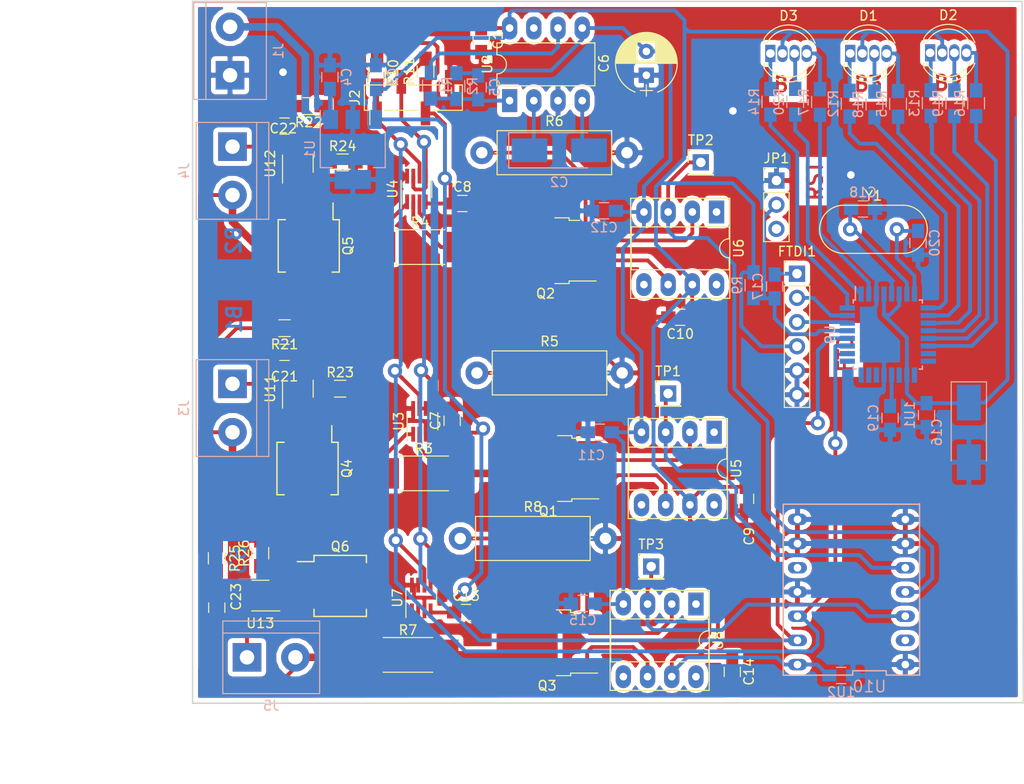
<source format=kicad_pcb>
(kicad_pcb (version 4) (host pcbnew 4.0.7)
  (layers (0 F.Cu signal) (31 B.Cu signal) (34 B.Paste user) (35 F.Paste user) (36 B.SilkS user) (37 F.SilkS user) (38 B.Mask user) (39 F.Mask user) (44 Edge.Cuts user hide))
  (net 0 "")
  (net 1 VCC)
  (net 2 GND)
  (net 3 SDA)
  (net 4 SCL)
  (net 5 "Net-(Q1-Pad1)")
  (net 6 "Net-(Q1-Pad3)")
  (net 7 "Net-(Q1-Pad2)")
  (net 8 -5V)
  (net 9 "Net-(C4-Pad1)")
  (net 10 RST)
  (net 11 reset_in)
  (net 12 "Net-(C22-Pad1)")
  (net 13 "Net-(C23-Pad2)")
  (net 14 "Net-(D1-Pad1)")
  (net 15 "Net-(D1-Pad3)")
  (net 16 "Net-(D1-Pad4)")
  (net 17 "Net-(D2-Pad1)")
  (net 18 "Net-(D2-Pad3)")
  (net 19 "Net-(D2-Pad4)")
  (net 20 "Net-(D3-Pad1)")
  (net 21 "Net-(D3-Pad3)")
  (net 22 "Net-(D3-Pad4)")
  (net 23 TX0)
  (net 24 RXI)
  (net 25 MISO)
  (net 26 SCK)
  (net 27 MOSI)
  (net 28 "/Battery connections/BatteryPositive1")
  (net 29 "/Battery connections/BatteryPositive3")
  (net 30 "/Battery connections/BatteryPositive2")
  (net 31 "Net-(Q2-Pad1)")
  (net 32 "Net-(Q2-Pad3)")
  (net 33 "Net-(Q2-Pad2)")
  (net 34 "Net-(Q3-Pad1)")
  (net 35 "Net-(Q3-Pad3)")
  (net 36 "Net-(Q3-Pad2)")
  (net 37 "Net-(Q4-Pad2)")
  (net 38 "Net-(Q4-Pad4)")
  (net 39 "Net-(Q5-Pad2)")
  (net 40 "Net-(Q5-Pad4)")
  (net 41 "Net-(Q6-Pad2)")
  (net 42 "Net-(Q6-Pad4)")
  (net 43 "Net-(R1-Pad2)")
  (net 44 Led1R)
  (net 45 Led1G)
  (net 46 Led1B)
  (net 47 Led2R)
  (net 48 Led2G)
  (net 49 Led2B)
  (net 50 Led3R)
  (net 51 Led3G)
  (net 52 Led3B)
  (net 53 "/Dynamic load/DAC_IN1")
  (net 54 "/Dynamic load/DAC_IN3")
  (net 55 "/Dynamic load/DAC_IN2")
  (net 56 "Net-(C2-Pad1)")
  (net 57 "Net-(C2-Pad2)")
  (net 58 "Net-(C5-Pad1)")
  (net 59 "Net-(C18-Pad2)")
  (net 60 "Net-(C19-Pad1)")
  (net 61 "Net-(C20-Pad2)")
  (net 62 "Net-(C21-Pad1)")
  (net 63 "Net-(C21-Pad2)")
  (net 64 "Net-(C22-Pad2)")
  (net 65 "Net-(C23-Pad1)")
  (net 66 "Net-(Q4-Pad5)")
  (net 67 "Net-(Q5-Pad5)")
  (net 68 "Net-(Q6-Pad5)")
  (net 69 "Net-(R23-Pad1)")
  (net 70 "Net-(R24-Pad1)")
  (net 71 "Net-(R26-Pad1)")
  (module Peter:MCP4728_on_a_breadboard (layer B.Cu) (at 196.001 122.485 90)
    (fp_text reference U10 (at -12.53 -3.8 360) (layer B.SilkS) (effects (font (size 1.2 1.2)) (justify mirror)))
    (fp_text value MCP4728)
    (pad 10 thru_hole oval (at -10.23 -0.04 90) (size 1.2 2) (drill 0.8) (layers *.Cu *.Mask) (net 2 GND))
    (pad 1 thru_hole oval (at -10.23 -11.36 90) (size 1.2 2) (drill 0.8) (layers *.Cu *.Mask) (net 1 VCC))
    (pad 9 thru_hole oval (at -7.69 -0.04 90) (size 1.2 2) (drill 0.8) (layers *.Cu *.Mask))
    (pad 2 thru_hole oval (at -7.69 -11.36 90) (size 1.2 2) (drill 0.8) (layers *.Cu *.Mask) (net 4 SCL))
    (pad 8 thru_hole oval (at -5.15 -0.04 90) (size 1.2 2) (drill 0.8) (layers *.Cu *.Mask) (net 54 "/Dynamic load/DAC_IN3"))
    (pad 3 thru_hole oval (at -5.15 -11.36 90) (size 1.2 2) (drill 0.8) (layers *.Cu *.Mask) (net 3 SDA))
    (pad 7 thru_hole oval (at -2.61 -0.04 90) (size 1.2 2) (drill 0.8) (layers *.Cu *.Mask) (net 55 "/Dynamic load/DAC_IN2"))
    (pad 4 thru_hole oval (at -2.61 -11.36 90) (size 1.2 2) (drill 0.8) (layers *.Cu *.Mask) (net 2 GND))
    (pad 6 thru_hole oval (at -0.07 -0.04 90) (size 1.2 2) (drill 0.8) (layers *.Cu *.Mask) (net 53 "/Dynamic load/DAC_IN1"))
    (pad 5 thru_hole oval (at -0.07 -11.36 90) (size 1.2 2) (drill 0.8) (layers *.Cu *.Mask))
    (pad "" thru_hole oval (at 2.47 -0.04 90) (size 1.2 2) (drill 0.8) (layers *.Cu *.Mask) (net 2 GND))
    (pad "" thru_hole oval (at 2.47 -11.36 90) (size 1.2 2) (drill 0.8) (layers *.Cu *.Mask) (net 2 GND))
    (pad "" thru_hole oval (at 5.01 -0.04 90) (size 1.2 2) (drill 0.8) (layers *.Cu *.Mask) (net 2 GND))
    (pad "" thru_hole oval (at 5.01 -11.36 90) (size 1.2 2) (drill 0.8) (layers *.Cu *.Mask) (net 2 GND))
  )
  (module Capacitors_SMD:C_0805_HandSoldering (layer B.Cu) (at 198.1835 106.533 270)
    (fp_text reference 1U1 (at 0 1.75 270) (layer B.SilkS) (effects (justify mirror)))
    (fp_text value 0,1U)
    (pad 1 smd rect (at -1.25 0 270) (size 1.5 1.25) (layers B.Cu B.Paste B.Mask) (net 1 VCC))
    (pad 2 smd rect (at 1.25 0 270) (size 1.5 1.25) (layers B.Cu B.Paste B.Mask) (net 2 GND))
  )
  (module Capacitors_SMD:C_0805_HandSoldering (layer B.Cu) (at 189.23 133.858)
    (fp_text reference 1U2 (at 0 1.75) (layer B.SilkS) (effects (justify mirror)))
    (fp_text value 0,1U)
    (pad 1 smd rect (at -1.25 0) (size 1.5 1.25) (layers B.Cu B.Paste B.Mask) (net 1 VCC))
    (pad 2 smd rect (at 1.25 0) (size 1.5 1.25) (layers B.Cu B.Paste B.Mask) (net 2 GND))
  )
  (module Capacitors_SMD:C_0805_HandSoldering (layer F.Cu) (at 151.4475 67.183 270)
    (fp_text reference C1 (at 0 -1.75 270) (layer F.SilkS))
    (fp_text value 2uF)
    (pad 1 smd rect (at -1.25 0 270) (size 1.5 1.25) (layers F.Cu F.Paste F.Mask) (net 1 VCC))
    (pad 2 smd rect (at 1.25 0 270) (size 1.5 1.25) (layers F.Cu F.Paste F.Mask) (net 2 GND))
  )
  (module Capacitors_Tantalum_SMD:CP_Tantalum_Case-C_EIA-6032-28_Hand (layer B.Cu) (at 159.639 78.74)
    (fp_text reference C2 (at 0 3.35) (layer B.SilkS) (effects (justify mirror)))
    (fp_text value 10uF)
    (pad 1 smd rect (at -3.125 0) (size 3.75 2.5) (layers B.Cu B.Paste B.Mask) (net 56 "Net-(C2-Pad1)"))
    (pad 2 smd rect (at 3.125 0) (size 3.75 2.5) (layers B.Cu B.Paste B.Mask) (net 57 "Net-(C2-Pad2)"))
  )
  (module Capacitors_SMD:C_0805_HandSoldering (layer B.Cu) (at 140.3985 71.0565 90)
    (fp_text reference C3 (at 0 1.75 90) (layer B.SilkS) (effects (justify mirror)))
    (fp_text value 10uF)
    (pad 1 smd rect (at -1.25 0 90) (size 1.5 1.25) (layers B.Cu B.Paste B.Mask) (net 1 VCC))
    (pad 2 smd rect (at 1.25 0 90) (size 1.5 1.25) (layers B.Cu B.Paste B.Mask) (net 2 GND))
  )
  (module Capacitors_SMD:C_0805_HandSoldering (layer B.Cu) (at 135.5725 71.0565 90)
    (fp_text reference C4 (at 0 1.75 90) (layer B.SilkS) (effects (justify mirror)))
    (fp_text value 0,1uF)
    (pad 1 smd rect (at -1.25 0 90) (size 1.5 1.25) (layers B.Cu B.Paste B.Mask) (net 9 "Net-(C4-Pad1)"))
    (pad 2 smd rect (at 1.25 0 90) (size 1.5 1.25) (layers B.Cu B.Paste B.Mask) (net 2 GND))
  )
  (module Capacitors_SMD:C_0805_HandSoldering (layer B.Cu) (at 151.13 72.136 90)
    (fp_text reference C5 (at 0 1.75 90) (layer B.SilkS) (effects (justify mirror)))
    (fp_text value 2nF)
    (pad 1 smd rect (at -1.25 0 90) (size 1.5 1.25) (layers B.Cu B.Paste B.Mask) (net 58 "Net-(C5-Pad1)"))
    (pad 2 smd rect (at 1.25 0 90) (size 1.5 1.25) (layers B.Cu B.Paste B.Mask) (net 8 -5V))
  )
  (module Capacitors_THT:CP_Radial_D6.3mm_P2.50mm (layer F.Cu) (at 168.783 70.866 90)
    (fp_text reference C6 (at 1.25 -4.46 90) (layer F.SilkS))
    (fp_text value 100uF)
    (pad 1 thru_hole rect (at 0 0 90) (size 1.6 1.6) (drill 0.8) (layers *.Cu *.Mask) (net 2 GND))
    (pad 2 thru_hole circle (at 2.5 0 90) (size 1.6 1.6) (drill 0.8) (layers *.Cu *.Mask) (net 8 -5V))
  )
  (module Capacitors_SMD:C_0805_HandSoldering (layer F.Cu) (at 148.3995 107.1245 90)
    (fp_text reference C7 (at 0 -1.75 90) (layer F.SilkS))
    (fp_text value C)
    (pad 1 smd rect (at -1.25 0 90) (size 1.5 1.25) (layers F.Cu F.Paste F.Mask) (net 1 VCC))
    (pad 2 smd rect (at 1.25 0 90) (size 1.5 1.25) (layers F.Cu F.Paste F.Mask) (net 2 GND))
  )
  (module Capacitors_SMD:C_0805_HandSoldering (layer F.Cu) (at 149.479 84.328)
    (fp_text reference C8 (at 0 -1.75) (layer F.SilkS))
    (fp_text value C)
    (pad 1 smd rect (at -1.25 0) (size 1.5 1.25) (layers F.Cu F.Paste F.Mask) (net 1 VCC))
    (pad 2 smd rect (at 1.25 0) (size 1.5 1.25) (layers F.Cu F.Paste F.Mask) (net 2 GND))
  )
  (module Capacitors_SMD:C_0805_HandSoldering (layer F.Cu) (at 179.197 115.316 270)
    (fp_text reference C9 (at 3.937 -0.381 270) (layer F.SilkS))
    (fp_text value 100n)
    (pad 1 smd rect (at -1.25 0 270) (size 1.5 1.25) (layers F.Cu F.Paste F.Mask) (net 1 VCC))
    (pad 2 smd rect (at 1.25 0 270) (size 1.5 1.25) (layers F.Cu F.Paste F.Mask) (net 2 GND))
  )
  (module Capacitors_SMD:C_0805_HandSoldering (layer F.Cu) (at 172.339 96.266 180)
    (fp_text reference C10 (at 0 -1.75 180) (layer F.SilkS))
    (fp_text value 100n)
    (pad 1 smd rect (at -1.25 0 180) (size 1.5 1.25) (layers F.Cu F.Paste F.Mask) (net 1 VCC))
    (pad 2 smd rect (at 1.25 0 180) (size 1.5 1.25) (layers F.Cu F.Paste F.Mask) (net 2 GND))
  )
  (module Capacitors_SMD:C_0805_HandSoldering (layer B.Cu) (at 163.8935 108.331)
    (fp_text reference C11 (at -0.889 2.413) (layer B.SilkS) (effects (justify mirror)))
    (fp_text value 100n)
    (pad 1 smd rect (at -1.25 0) (size 1.5 1.25) (layers B.Cu B.Paste B.Mask) (net 2 GND))
    (pad 2 smd rect (at 1.25 0) (size 1.5 1.25) (layers B.Cu B.Paste B.Mask) (net 8 -5V))
  )
  (module Capacitors_SMD:C_0805_HandSoldering (layer B.Cu) (at 164.338 85.09)
    (fp_text reference C12 (at 0 1.75) (layer B.SilkS) (effects (justify mirror)))
    (fp_text value 100n)
    (pad 1 smd rect (at -1.25 0) (size 1.5 1.25) (layers B.Cu B.Paste B.Mask) (net 2 GND))
    (pad 2 smd rect (at 1.25 0) (size 1.5 1.25) (layers B.Cu B.Paste B.Mask) (net 8 -5V))
  )
  (module Capacitors_SMD:C_0805_HandSoldering (layer F.Cu) (at 149.86 127.254)
    (fp_text reference C13 (at 0 -1.75) (layer F.SilkS))
    (fp_text value C)
    (pad 1 smd rect (at -1.25 0) (size 1.5 1.25) (layers F.Cu F.Paste F.Mask) (net 1 VCC))
    (pad 2 smd rect (at 1.25 0) (size 1.5 1.25) (layers F.Cu F.Paste F.Mask) (net 2 GND))
  )
  (module Capacitors_SMD:C_0805_HandSoldering (layer F.Cu) (at 177.8 133.477 270)
    (fp_text reference C14 (at 0 -1.75 270) (layer F.SilkS))
    (fp_text value 100n)
    (pad 1 smd rect (at -1.25 0 270) (size 1.5 1.25) (layers F.Cu F.Paste F.Mask) (net 1 VCC))
    (pad 2 smd rect (at 1.25 0 270) (size 1.5 1.25) (layers F.Cu F.Paste F.Mask) (net 2 GND))
  )
  (module Capacitors_SMD:C_0805_HandSoldering (layer B.Cu) (at 162.1155 126.3015)
    (fp_text reference C15 (at 0 1.75) (layer B.SilkS) (effects (justify mirror)))
    (fp_text value 100n)
    (pad 1 smd rect (at -1.25 0) (size 1.5 1.25) (layers B.Cu B.Paste B.Mask) (net 2 GND))
    (pad 2 smd rect (at 1.25 0) (size 1.5 1.25) (layers B.Cu B.Paste B.Mask) (net 8 -5V))
  )
  (module Capacitors_Tantalum_SMD:CP_Tantalum_Case-C_EIA-6032-28_Hand (layer B.Cu) (at 202.6285 108.3445 270)
    (fp_text reference C16 (at 0 3.35 270) (layer B.SilkS) (effects (justify mirror)))
    (fp_text value 10uF)
    (pad 1 smd rect (at -3.125 0 270) (size 3.75 2.5) (layers B.Cu B.Paste B.Mask) (net 1 VCC))
    (pad 2 smd rect (at 3.125 0 270) (size 3.75 2.5) (layers B.Cu B.Paste B.Mask) (net 2 GND))
  )
  (module Capacitors_SMD:C_0805_HandSoldering (layer B.Cu) (at 182.245 93.0275 270)
    (fp_text reference C17 (at 0 1.75 270) (layer B.SilkS) (effects (justify mirror)))
    (fp_text value 0,1u)
    (pad 1 smd rect (at -1.25 0 270) (size 1.5 1.25) (layers B.Cu B.Paste B.Mask) (net 10 RST))
    (pad 2 smd rect (at 1.25 0 270) (size 1.5 1.25) (layers B.Cu B.Paste B.Mask) (net 11 reset_in))
  )
  (module Capacitors_SMD:C_0805_HandSoldering (layer B.Cu) (at 191.516 84.8995 180)
    (fp_text reference C18 (at 0 1.75 180) (layer B.SilkS) (effects (justify mirror)))
    (fp_text value 22pf)
    (pad 1 smd rect (at -1.25 0 180) (size 1.5 1.25) (layers B.Cu B.Paste B.Mask) (net 2 GND))
    (pad 2 smd rect (at 1.25 0 180) (size 1.5 1.25) (layers B.Cu B.Paste B.Mask) (net 59 "Net-(C18-Pad2)"))
  )
  (module Capacitors_SMD:C_0805_HandSoldering (layer B.Cu) (at 194.3608 106.8324 270)
    (fp_text reference C19 (at 0 1.75 270) (layer B.SilkS) (effects (justify mirror)))
    (fp_text value 0,1U)
    (pad 1 smd rect (at -1.25 0 270) (size 1.5 1.25) (layers B.Cu B.Paste B.Mask) (net 60 "Net-(C19-Pad1)"))
    (pad 2 smd rect (at 1.25 0 270) (size 1.5 1.25) (layers B.Cu B.Paste B.Mask) (net 2 GND))
  )
  (module Capacitors_SMD:C_0805_HandSoldering (layer B.Cu) (at 197.2945 88.4555 90)
    (fp_text reference C20 (at 0 1.75 90) (layer B.SilkS) (effects (justify mirror)))
    (fp_text value 22pf)
    (pad 1 smd rect (at -1.25 0 90) (size 1.5 1.25) (layers B.Cu B.Paste B.Mask) (net 2 GND))
    (pad 2 smd rect (at 1.25 0 90) (size 1.5 1.25) (layers B.Cu B.Paste B.Mask) (net 61 "Net-(C20-Pad2)"))
  )
  (module Capacitors_SMD:C_0805_HandSoldering (layer F.Cu) (at 130.81 99.949 180)
    (fp_text reference C21 (at 0 -2.54 180) (layer F.SilkS))
    (fp_text value 100nF)
    (pad 1 smd rect (at -1.25 0 180) (size 1.5 1.25) (layers F.Cu F.Paste F.Mask) (net 62 "Net-(C21-Pad1)"))
    (pad 2 smd rect (at 1.25 0 180) (size 1.5 1.25) (layers F.Cu F.Paste F.Mask) (net 63 "Net-(C21-Pad2)"))
  )
  (module Capacitors_SMD:C_0805_HandSoldering (layer F.Cu) (at 130.81 76.2 180)
    (fp_text reference C22 (at 0.127 -0.254 180) (layer F.SilkS))
    (fp_text value 100nF)
    (pad 1 smd rect (at -1.25 0 180) (size 1.5 1.25) (layers F.Cu F.Paste F.Mask) (net 12 "Net-(C22-Pad1)"))
    (pad 2 smd rect (at 1.25 0 180) (size 1.5 1.25) (layers F.Cu F.Paste F.Mask) (net 64 "Net-(C22-Pad2)"))
  )
  (module Capacitors_SMD:C_0805_HandSoldering (layer F.Cu) (at 123.698 126.746 270)
    (fp_text reference C23 (at -1.143 -2.032 270) (layer F.SilkS))
    (fp_text value 100nF)
    (pad 1 smd rect (at -1.25 0 270) (size 1.5 1.25) (layers F.Cu F.Paste F.Mask) (net 65 "Net-(C23-Pad1)"))
    (pad 2 smd rect (at 1.25 0 270) (size 1.5 1.25) (layers F.Cu F.Paste F.Mask) (net 13 "Net-(C23-Pad2)"))
  )
  (module LEDs:LED_D5.0mm-4 (layer F.Cu) (at 190.1825 68.58)
    (fp_text reference D1 (at 1.905 -3.96) (layer F.SilkS))
    (fp_text value LED1)
    (pad 1 thru_hole rect (at 0 0) (size 1.07 1.8) (drill 0.9) (layers *.Cu *.Mask) (net 14 "Net-(D1-Pad1)"))
    (pad 2 thru_hole oval (at 1.27 0) (size 1.07 1.8) (drill 0.9) (layers *.Cu *.Mask) (net 1 VCC))
    (pad 3 thru_hole oval (at 2.54 0) (size 1.07 1.8) (drill 0.9) (layers *.Cu *.Mask) (net 15 "Net-(D1-Pad3)"))
    (pad 4 thru_hole oval (at 3.81 0) (size 1.07 1.8) (drill 0.9) (layers *.Cu *.Mask) (net 16 "Net-(D1-Pad4)"))
  )
  (module LEDs:LED_D5.0mm-4 (layer F.Cu) (at 198.5645 68.5165)
    (fp_text reference D2 (at 1.905 -3.96) (layer F.SilkS))
    (fp_text value LED2)
    (pad 1 thru_hole rect (at 0 0) (size 1.07 1.8) (drill 0.9) (layers *.Cu *.Mask) (net 17 "Net-(D2-Pad1)"))
    (pad 2 thru_hole oval (at 1.27 0) (size 1.07 1.8) (drill 0.9) (layers *.Cu *.Mask) (net 1 VCC))
    (pad 3 thru_hole oval (at 2.54 0) (size 1.07 1.8) (drill 0.9) (layers *.Cu *.Mask) (net 18 "Net-(D2-Pad3)"))
    (pad 4 thru_hole oval (at 3.81 0) (size 1.07 1.8) (drill 0.9) (layers *.Cu *.Mask) (net 19 "Net-(D2-Pad4)"))
  )
  (module LEDs:LED_D5.0mm-4 (layer F.Cu) (at 181.8005 68.58)
    (fp_text reference D3 (at 1.905 -3.96) (layer F.SilkS))
    (fp_text value LED3)
    (pad 1 thru_hole rect (at 0 0) (size 1.07 1.8) (drill 0.9) (layers *.Cu *.Mask) (net 20 "Net-(D3-Pad1)"))
    (pad 2 thru_hole oval (at 1.27 0) (size 1.07 1.8) (drill 0.9) (layers *.Cu *.Mask) (net 1 VCC))
    (pad 3 thru_hole oval (at 2.54 0) (size 1.07 1.8) (drill 0.9) (layers *.Cu *.Mask) (net 21 "Net-(D3-Pad3)"))
    (pad 4 thru_hole oval (at 3.81 0) (size 1.07 1.8) (drill 0.9) (layers *.Cu *.Mask) (net 22 "Net-(D3-Pad4)"))
  )
  (module Pin_Headers:Pin_Header_Straight_1x06_Pitch2.54mm (layer F.Cu) (at 184.5945 91.694)
    (fp_text reference FTDI1 (at 0 -2.33) (layer F.SilkS))
    (fp_text value FTDI)
    (pad 1 thru_hole rect (at 0 0) (size 1.7 1.7) (drill 1) (layers *.Cu *.Mask) (net 10 RST))
    (pad 2 thru_hole oval (at 0 2.54) (size 1.7 1.7) (drill 1) (layers *.Cu *.Mask) (net 23 TX0))
    (pad 3 thru_hole oval (at 0 5.08) (size 1.7 1.7) (drill 1) (layers *.Cu *.Mask) (net 24 RXI))
    (pad 4 thru_hole oval (at 0 7.62) (size 1.7 1.7) (drill 1) (layers *.Cu *.Mask) (net 1 VCC))
    (pad 5 thru_hole oval (at 0 10.16) (size 1.7 1.7) (drill 1) (layers *.Cu *.Mask) (net 2 GND))
    (pad 6 thru_hole oval (at 0 12.7) (size 1.7 1.7) (drill 1) (layers *.Cu *.Mask) (net 2 GND))
  )
  (module Connectors_Terminal_Blocks:TerminalBlock_bornier-2_P5.08mm (layer B.Cu) (at 125.095 70.866 90)
    (fp_text reference J1 (at 2.54 5.08 90) (layer B.SilkS) (effects (justify mirror)))
    (fp_text value Vin)
    (pad 1 thru_hole rect (at 0 0 90) (size 3 3) (drill 1.52) (layers *.Cu *.Mask) (net 2 GND))
    (pad 2 thru_hole circle (at 5.08 0 90) (size 3 3) (drill 1.52) (layers *.Cu *.Mask) (net 9 "Net-(C4-Pad1)"))
  )
  (module Pin_Headers:Pin_Header_Straight_1x04_Pitch2.54mm_SMD_Pin1Left (layer F.Cu) (at 144.3355 73.2155 90)
    (fp_text reference J2 (at 0 -6.14 90) (layer F.SilkS))
    (fp_text value OLED)
    (pad 1 smd rect (at -1.655 -3.81 90) (size 2.51 1) (layers F.Cu F.Paste F.Mask) (net 3 SDA))
    (pad 3 smd rect (at -1.655 1.27 90) (size 2.51 1) (layers F.Cu F.Paste F.Mask) (net 1 VCC))
    (pad 2 smd rect (at 1.655 -1.27 90) (size 2.51 1) (layers F.Cu F.Paste F.Mask) (net 4 SCL))
    (pad 4 smd rect (at 1.655 3.81 90) (size 2.51 1) (layers F.Cu F.Paste F.Mask) (net 2 GND))
  )
  (module Connectors_Terminal_Blocks:TerminalBlock_bornier-2_P5.08mm (layer B.Cu) (at 125.349 103.251 270)
    (fp_text reference J3 (at 2.54 5.08 270) (layer B.SilkS) (effects (justify mirror)))
    (fp_text value Batt1)
    (pad 1 thru_hole rect (at 0 0 270) (size 3 3) (drill 1.52) (layers *.Cu *.Mask) (net 63 "Net-(C21-Pad2)"))
    (pad 2 thru_hole circle (at 5.08 0 270) (size 3 3) (drill 1.52) (layers *.Cu *.Mask) (net 28 "/Battery connections/BatteryPositive1"))
  )
  (module Connectors_Terminal_Blocks:TerminalBlock_bornier-2_P5.08mm (layer B.Cu) (at 125.349 78.359 270)
    (fp_text reference J4 (at 2.54 5.08 270) (layer B.SilkS) (effects (justify mirror)))
    (fp_text value Batt1)
    (pad 1 thru_hole rect (at 0 0 270) (size 3 3) (drill 1.52) (layers *.Cu *.Mask) (net 64 "Net-(C22-Pad2)"))
    (pad 2 thru_hole circle (at 5.08 0 270) (size 3 3) (drill 1.52) (layers *.Cu *.Mask) (net 30 "/Battery connections/BatteryPositive2"))
  )
  (module Connectors_Terminal_Blocks:TerminalBlock_bornier-2_P5.08mm (layer B.Cu) (at 126.873 131.953)
    (fp_text reference J5 (at 2.54 5.08) (layer B.SilkS) (effects (justify mirror)))
    (fp_text value Batt1)
    (pad 1 thru_hole rect (at 0 0) (size 3 3) (drill 1.52) (layers *.Cu *.Mask) (net 13 "Net-(C23-Pad2)"))
    (pad 2 thru_hole circle (at 5.08 0) (size 3 3) (drill 1.52) (layers *.Cu *.Mask) (net 29 "/Battery connections/BatteryPositive3"))
  )
  (module Pin_Headers:Pin_Header_Straight_1x03_Pitch2.54mm (layer F.Cu) (at 182.4355 81.915)
    (fp_text reference JP1 (at 0 -2.33) (layer F.SilkS))
    (fp_text value Jumper)
    (pad 1 thru_hole rect (at 0 0) (size 1.7 1.7) (drill 1) (layers *.Cu *.Mask) (net 2 GND))
    (pad 2 thru_hole oval (at 0 2.54) (size 1.7 1.7) (drill 1) (layers *.Cu *.Mask) (net 11 reset_in))
    (pad 3 thru_hole oval (at 0 5.08) (size 1.7 1.7) (drill 1) (layers *.Cu *.Mask))
  )
  (module TO_SOT_Packages_SMD:TO-252-2 (layer F.Cu) (at 158.496 112.141 180)
    (fp_text reference Q1 (at 0 -4.5 180) (layer F.SilkS))
    (fp_text value IRFFR220N)
    (pad 1 smd rect (at -4.2 -2.28 180) (size 2.2 1.2) (layers F.Cu F.Paste F.Mask) (net 5 "Net-(Q1-Pad1)"))
    (pad 3 smd rect (at -4.2 2.28 180) (size 2.2 1.2) (layers F.Cu F.Paste F.Mask) (net 6 "Net-(Q1-Pad3)"))
    (pad 2 smd rect (at 2.1 0 180) (size 6.4 5.8) (layers F.Cu F.Mask) (net 7 "Net-(Q1-Pad2)"))
    (pad 2 smd rect (at 3.775 1.525 180) (size 3.05 2.75) (layers F.Cu F.Paste) (net 7 "Net-(Q1-Pad2)"))
    (pad 2 smd rect (at 0.425 -1.525 180) (size 3.05 2.75) (layers F.Cu F.Paste) (net 7 "Net-(Q1-Pad2)"))
    (pad 2 smd rect (at 3.775 -1.525 180) (size 3.05 2.75) (layers F.Cu F.Paste) (net 7 "Net-(Q1-Pad2)"))
    (pad 2 smd rect (at 0.425 1.525 180) (size 3.05 2.75) (layers F.Cu F.Paste) (net 7 "Net-(Q1-Pad2)"))
  )
  (module TO_SOT_Packages_SMD:TO-252-2 (layer F.Cu) (at 158.207 89.28 180)
    (fp_text reference Q2 (at 0 -4.5 180) (layer F.SilkS))
    (fp_text value IRFFR220N)
    (pad 1 smd rect (at -4.2 -2.28 180) (size 2.2 1.2) (layers F.Cu F.Paste F.Mask) (net 31 "Net-(Q2-Pad1)"))
    (pad 3 smd rect (at -4.2 2.28 180) (size 2.2 1.2) (layers F.Cu F.Paste F.Mask) (net 32 "Net-(Q2-Pad3)"))
    (pad 2 smd rect (at 2.1 0 180) (size 6.4 5.8) (layers F.Cu F.Mask) (net 33 "Net-(Q2-Pad2)"))
    (pad 2 smd rect (at 3.775 1.525 180) (size 3.05 2.75) (layers F.Cu F.Paste) (net 33 "Net-(Q2-Pad2)"))
    (pad 2 smd rect (at 0.425 -1.525 180) (size 3.05 2.75) (layers F.Cu F.Paste) (net 33 "Net-(Q2-Pad2)"))
    (pad 2 smd rect (at 3.775 -1.525 180) (size 3.05 2.75) (layers F.Cu F.Paste) (net 33 "Net-(Q2-Pad2)"))
    (pad 2 smd rect (at 0.425 1.525 180) (size 3.05 2.75) (layers F.Cu F.Paste) (net 33 "Net-(Q2-Pad2)"))
  )
  (module TO_SOT_Packages_SMD:TO-252-2 (layer F.Cu) (at 158.369 130.429 180)
    (fp_text reference Q3 (at 0 -4.5 180) (layer F.SilkS))
    (fp_text value IRFFR220N)
    (pad 1 smd rect (at -4.2 -2.28 180) (size 2.2 1.2) (layers F.Cu F.Paste F.Mask) (net 34 "Net-(Q3-Pad1)"))
    (pad 3 smd rect (at -4.2 2.28 180) (size 2.2 1.2) (layers F.Cu F.Paste F.Mask) (net 35 "Net-(Q3-Pad3)"))
    (pad 2 smd rect (at 2.1 0 180) (size 6.4 5.8) (layers F.Cu F.Mask) (net 36 "Net-(Q3-Pad2)"))
    (pad 2 smd rect (at 3.775 1.525 180) (size 3.05 2.75) (layers F.Cu F.Paste) (net 36 "Net-(Q3-Pad2)"))
    (pad 2 smd rect (at 0.425 -1.525 180) (size 3.05 2.75) (layers F.Cu F.Paste) (net 36 "Net-(Q3-Pad2)"))
    (pad 2 smd rect (at 3.775 -1.525 180) (size 3.05 2.75) (layers F.Cu F.Paste) (net 36 "Net-(Q3-Pad2)"))
    (pad 2 smd rect (at 0.425 1.525 180) (size 3.05 2.75) (layers F.Cu F.Paste) (net 36 "Net-(Q3-Pad2)"))
  )
  (module Housings_SOIC:SO-8_5.3x6.2mm_Pitch1.27mm (layer F.Cu) (at 133.223 112.141 270)
    (fp_text reference Q4 (at 0 -4.13 270) (layer F.SilkS))
    (fp_text value IRF7341)
    (pad 1 smd rect (at -3.7 -1.905 270) (size 1.75 0.55) (layers F.Cu F.Paste F.Mask) (net 2 GND))
    (pad 2 smd rect (at -3.7 -0.635 270) (size 1.75 0.55) (layers F.Cu F.Paste F.Mask) (net 37 "Net-(Q4-Pad2)"))
    (pad 3 smd rect (at -3.7 0.635 270) (size 1.75 0.55) (layers F.Cu F.Paste F.Mask) (net 63 "Net-(C21-Pad2)"))
    (pad 4 smd rect (at -3.7 1.905 270) (size 1.75 0.55) (layers F.Cu F.Paste F.Mask) (net 38 "Net-(Q4-Pad4)"))
    (pad 5 smd rect (at 3.7 1.905 270) (size 1.75 0.55) (layers F.Cu F.Paste F.Mask) (net 66 "Net-(Q4-Pad5)"))
    (pad 6 smd rect (at 3.7 0.635 270) (size 1.75 0.55) (layers F.Cu F.Paste F.Mask) (net 66 "Net-(Q4-Pad5)"))
    (pad 7 smd rect (at 3.7 -0.635 270) (size 1.75 0.55) (layers F.Cu F.Paste F.Mask) (net 66 "Net-(Q4-Pad5)"))
    (pad 8 smd rect (at 3.7 -1.905 270) (size 1.75 0.55) (layers F.Cu F.Paste F.Mask) (net 66 "Net-(Q4-Pad5)"))
  )
  (module Housings_SOIC:SO-8_5.3x6.2mm_Pitch1.27mm (layer F.Cu) (at 133.35 88.773 270)
    (fp_text reference Q5 (at 0 -4.13 270) (layer F.SilkS))
    (fp_text value IRF7341)
    (pad 1 smd rect (at -3.7 -1.905 270) (size 1.75 0.55) (layers F.Cu F.Paste F.Mask) (net 2 GND))
    (pad 2 smd rect (at -3.7 -0.635 270) (size 1.75 0.55) (layers F.Cu F.Paste F.Mask) (net 39 "Net-(Q5-Pad2)"))
    (pad 3 smd rect (at -3.7 0.635 270) (size 1.75 0.55) (layers F.Cu F.Paste F.Mask) (net 64 "Net-(C22-Pad2)"))
    (pad 4 smd rect (at -3.7 1.905 270) (size 1.75 0.55) (layers F.Cu F.Paste F.Mask) (net 40 "Net-(Q5-Pad4)"))
    (pad 5 smd rect (at 3.7 1.905 270) (size 1.75 0.55) (layers F.Cu F.Paste F.Mask) (net 67 "Net-(Q5-Pad5)"))
    (pad 6 smd rect (at 3.7 0.635 270) (size 1.75 0.55) (layers F.Cu F.Paste F.Mask) (net 67 "Net-(Q5-Pad5)"))
    (pad 7 smd rect (at 3.7 -0.635 270) (size 1.75 0.55) (layers F.Cu F.Paste F.Mask) (net 67 "Net-(Q5-Pad5)"))
    (pad 8 smd rect (at 3.7 -1.905 270) (size 1.75 0.55) (layers F.Cu F.Paste F.Mask) (net 67 "Net-(Q5-Pad5)"))
  )
  (module Housings_SOIC:SO-8_5.3x6.2mm_Pitch1.27mm (layer F.Cu) (at 136.652 124.46)
    (fp_text reference Q6 (at 0 -4.13) (layer F.SilkS))
    (fp_text value IRF7341)
    (pad 1 smd rect (at -3.7 -1.905) (size 1.75 0.55) (layers F.Cu F.Paste F.Mask) (net 2 GND))
    (pad 2 smd rect (at -3.7 -0.635) (size 1.75 0.55) (layers F.Cu F.Paste F.Mask) (net 41 "Net-(Q6-Pad2)"))
    (pad 3 smd rect (at -3.7 0.635) (size 1.75 0.55) (layers F.Cu F.Paste F.Mask) (net 13 "Net-(C23-Pad2)"))
    (pad 4 smd rect (at -3.7 1.905) (size 1.75 0.55) (layers F.Cu F.Paste F.Mask) (net 42 "Net-(Q6-Pad4)"))
    (pad 5 smd rect (at 3.7 1.905) (size 1.75 0.55) (layers F.Cu F.Paste F.Mask) (net 68 "Net-(Q6-Pad5)"))
    (pad 6 smd rect (at 3.7 0.635) (size 1.75 0.55) (layers F.Cu F.Paste F.Mask) (net 68 "Net-(Q6-Pad5)"))
    (pad 7 smd rect (at 3.7 -0.635) (size 1.75 0.55) (layers F.Cu F.Paste F.Mask) (net 68 "Net-(Q6-Pad5)"))
    (pad 8 smd rect (at 3.7 -1.905) (size 1.75 0.55) (layers F.Cu F.Paste F.Mask) (net 68 "Net-(Q6-Pad5)"))
  )
  (module Resistors_SMD:R_0805_HandSoldering (layer B.Cu) (at 146.177 71.962 90)
    (fp_text reference R1 (at 0 1.7 90) (layer B.SilkS) (effects (justify mirror)))
    (fp_text value 20K)
    (pad 1 smd rect (at -1.35 0 90) (size 1.5 1.3) (layers B.Cu B.Paste B.Mask) (net 58 "Net-(C5-Pad1)"))
    (pad 2 smd rect (at 1.35 0 90) (size 1.5 1.3) (layers B.Cu B.Paste B.Mask) (net 43 "Net-(R1-Pad2)"))
  )
  (module Resistors_SMD:R_0805_HandSoldering (layer B.Cu) (at 148.844 72.009 90)
    (fp_text reference R2 (at 0 1.7 90) (layer B.SilkS) (effects (justify mirror)))
    (fp_text value 102.6K)
    (pad 1 smd rect (at -1.35 0 90) (size 1.5 1.3) (layers B.Cu B.Paste B.Mask) (net 58 "Net-(C5-Pad1)"))
    (pad 2 smd rect (at 1.35 0 90) (size 1.5 1.3) (layers B.Cu B.Paste B.Mask) (net 8 -5V))
  )
  (module Resistors_SMD:R_2512_HandSoldering (layer F.Cu) (at 145.415 112.649)
    (fp_text reference R3 (at 0 -2.6) (layer F.SilkS))
    (fp_text value 0,01R)
    (pad 1 smd rect (at -3.95 0) (size 2.7 3.2) (layers F.Cu F.Paste F.Mask) (net 28 "/Battery connections/BatteryPositive1"))
    (pad 2 smd rect (at 3.95 0) (size 2.7 3.2) (layers F.Cu F.Paste F.Mask) (net 7 "Net-(Q1-Pad2)"))
  )
  (module Resistors_SMD:R_2512_HandSoldering (layer F.Cu) (at 145.034 88.9)
    (fp_text reference R4 (at 0 -2.6) (layer F.SilkS))
    (fp_text value 0,01R)
    (pad 1 smd rect (at -3.95 0) (size 2.7 3.2) (layers F.Cu F.Paste F.Mask) (net 30 "/Battery connections/BatteryPositive2"))
    (pad 2 smd rect (at 3.95 0) (size 2.7 3.2) (layers F.Cu F.Paste F.Mask) (net 33 "Net-(Q2-Pad2)"))
  )
  (module Resistors_THT:R_Axial_DIN0414_L11.9mm_D4.5mm_P15.24mm_Horizontal (layer F.Cu) (at 151.003 102.108)
    (fp_text reference R5 (at 7.62 -3.31) (layer F.SilkS))
    (fp_text value 10R)
    (pad 1 thru_hole circle (at 0 0) (size 2.4 2.4) (drill 1.2) (layers *.Cu *.Mask) (net 6 "Net-(Q1-Pad3)"))
    (pad 2 thru_hole oval (at 15.24 0) (size 2.4 2.4) (drill 1.2) (layers *.Cu *.Mask) (net 2 GND))
  )
  (module Resistors_THT:R_Axial_DIN0414_L11.9mm_D4.5mm_P15.24mm_Horizontal (layer F.Cu) (at 151.511 78.994)
    (fp_text reference R6 (at 7.62 -3.31) (layer F.SilkS))
    (fp_text value 10R)
    (pad 1 thru_hole circle (at 0 0) (size 2.4 2.4) (drill 1.2) (layers *.Cu *.Mask) (net 32 "Net-(Q2-Pad3)"))
    (pad 2 thru_hole oval (at 15.24 0) (size 2.4 2.4) (drill 1.2) (layers *.Cu *.Mask) (net 2 GND))
  )
  (module Resistors_SMD:R_2512_HandSoldering (layer F.Cu) (at 143.764 131.699)
    (fp_text reference R7 (at 0 -2.6) (layer F.SilkS))
    (fp_text value 0,01R)
    (pad 1 smd rect (at -3.95 0) (size 2.7 3.2) (layers F.Cu F.Paste F.Mask) (net 29 "/Battery connections/BatteryPositive3"))
    (pad 2 smd rect (at 3.95 0) (size 2.7 3.2) (layers F.Cu F.Paste F.Mask) (net 36 "Net-(Q3-Pad2)"))
  )
  (module Resistors_THT:R_Axial_DIN0414_L11.9mm_D4.5mm_P15.24mm_Horizontal (layer F.Cu) (at 149.2504 119.4816)
    (fp_text reference R8 (at 7.62 -3.31) (layer F.SilkS))
    (fp_text value 10R)
    (pad 1 thru_hole circle (at 0 0) (size 2.4 2.4) (drill 1.2) (layers *.Cu *.Mask) (net 35 "Net-(Q3-Pad3)"))
    (pad 2 thru_hole oval (at 15.24 0) (size 2.4 2.4) (drill 1.2) (layers *.Cu *.Mask) (net 2 GND))
  )
  (module Resistors_SMD:R_0805_HandSoldering (layer B.Cu) (at 180.0225 92.9005 270)
    (fp_text reference R9 (at 0 1.7 270) (layer B.SilkS) (effects (justify mirror)))
    (fp_text value 10K)
    (pad 1 smd rect (at -1.35 0 270) (size 1.5 1.3) (layers B.Cu B.Paste B.Mask) (net 1 VCC))
    (pad 2 smd rect (at 1.35 0 270) (size 1.5 1.3) (layers B.Cu B.Paste B.Mask) (net 11 reset_in))
  )
  (module Resistors_SMD:R_0805_HandSoldering (layer F.Cu) (at 140.5255 70.612 270)
    (fp_text reference R10 (at 0 -1.7 270) (layer F.SilkS))
    (fp_text value 1K)
    (pad 1 smd rect (at -1.35 0 270) (size 1.5 1.3) (layers F.Cu F.Paste F.Mask) (net 1 VCC))
    (pad 2 smd rect (at 1.35 0 270) (size 1.5 1.3) (layers F.Cu F.Paste F.Mask) (net 3 SDA))
  )
  (module Resistors_SMD:R_0805_HandSoldering (layer F.Cu) (at 145.6055 70.485 90)
    (fp_text reference R11 (at 0 -1.7 90) (layer F.SilkS))
    (fp_text value 1K)
    (pad 1 smd rect (at -1.35 0 90) (size 1.5 1.3) (layers F.Cu F.Paste F.Mask) (net 1 VCC))
    (pad 2 smd rect (at 1.35 0 90) (size 1.5 1.3) (layers F.Cu F.Paste F.Mask) (net 4 SCL))
  )
  (module Resistors_SMD:R_0805_HandSoldering (layer B.Cu) (at 190.119 73.8505 270)
    (fp_text reference R12 (at 0 1.7 270) (layer B.SilkS) (effects (justify mirror)))
    (fp_text value R)
    (pad 1 smd rect (at -1.35 0 270) (size 1.5 1.3) (layers B.Cu B.Paste B.Mask) (net 14 "Net-(D1-Pad1)"))
    (pad 2 smd rect (at 1.35 0 270) (size 1.5 1.3) (layers B.Cu B.Paste B.Mask) (net 44 Led1R))
  )
  (module Resistors_SMD:R_0805_HandSoldering (layer B.Cu) (at 198.628 73.787 270)
    (fp_text reference R13 (at 0 1.7 270) (layer B.SilkS) (effects (justify mirror)))
    (fp_text value R)
    (pad 1 smd rect (at -1.35 0 270) (size 1.5 1.3) (layers B.Cu B.Paste B.Mask) (net 17 "Net-(D2-Pad1)"))
    (pad 2 smd rect (at 1.35 0 270) (size 1.5 1.3) (layers B.Cu B.Paste B.Mask) (net 47 Led2R))
  )
  (module Resistors_SMD:R_0805_HandSoldering (layer B.Cu) (at 181.8005 73.66 270)
    (fp_text reference R14 (at 0 1.7 270) (layer B.SilkS) (effects (justify mirror)))
    (fp_text value R)
    (pad 1 smd rect (at -1.35 0 270) (size 1.5 1.3) (layers B.Cu B.Paste B.Mask) (net 20 "Net-(D3-Pad1)"))
    (pad 2 smd rect (at 1.35 0 270) (size 1.5 1.3) (layers B.Cu B.Paste B.Mask) (net 50 Led3R))
  )
  (module Resistors_SMD:R_0805_HandSoldering (layer B.Cu) (at 195.199 73.867 270)
    (fp_text reference R15 (at 0 1.7 270) (layer B.SilkS) (effects (justify mirror)))
    (fp_text value R)
    (pad 1 smd rect (at -1.35 0 270) (size 1.5 1.3) (layers B.Cu B.Paste B.Mask) (net 16 "Net-(D1-Pad4)"))
    (pad 2 smd rect (at 1.35 0 270) (size 1.5 1.3) (layers B.Cu B.Paste B.Mask) (net 45 Led1G))
  )
  (module Resistors_SMD:R_0805_HandSoldering (layer B.Cu) (at 203.3905 73.8035 270)
    (fp_text reference R16 (at 0 1.7 270) (layer B.SilkS) (effects (justify mirror)))
    (fp_text value R)
    (pad 1 smd rect (at -1.35 0 270) (size 1.5 1.3) (layers B.Cu B.Paste B.Mask) (net 19 "Net-(D2-Pad4)"))
    (pad 2 smd rect (at 1.35 0 270) (size 1.5 1.3) (layers B.Cu B.Paste B.Mask) (net 48 Led2G))
  )
  (module Resistors_SMD:R_0805_HandSoldering (layer B.Cu) (at 187.0075 73.6765 270)
    (fp_text reference R17 (at 0 1.7 270) (layer B.SilkS) (effects (justify mirror)))
    (fp_text value R)
    (pad 1 smd rect (at -1.35 0 270) (size 1.5 1.3) (layers B.Cu B.Paste B.Mask) (net 22 "Net-(D3-Pad4)"))
    (pad 2 smd rect (at 1.35 0 270) (size 1.5 1.3) (layers B.Cu B.Paste B.Mask) (net 51 Led3G))
  )
  (module Resistors_SMD:R_0805_HandSoldering (layer B.Cu) (at 192.7225 73.9305 270)
    (fp_text reference R18 (at 0 1.7 270) (layer B.SilkS) (effects (justify mirror)))
    (fp_text value R)
    (pad 1 smd rect (at -1.35 0 270) (size 1.5 1.3) (layers B.Cu B.Paste B.Mask) (net 15 "Net-(D1-Pad3)"))
    (pad 2 smd rect (at 1.35 0 270) (size 1.5 1.3) (layers B.Cu B.Paste B.Mask) (net 46 Led1B))
  )
  (module Resistors_SMD:R_0805_HandSoldering (layer B.Cu) (at 201.1045 73.8035 270)
    (fp_text reference R19 (at 0 1.7 270) (layer B.SilkS) (effects (justify mirror)))
    (fp_text value R)
    (pad 1 smd rect (at -1.35 0 270) (size 1.5 1.3) (layers B.Cu B.Paste B.Mask) (net 18 "Net-(D2-Pad3)"))
    (pad 2 smd rect (at 1.35 0 270) (size 1.5 1.3) (layers B.Cu B.Paste B.Mask) (net 49 Led2B))
  )
  (module Resistors_SMD:R_0805_HandSoldering (layer B.Cu) (at 184.404 73.6435 270)
    (fp_text reference R20 (at 0 1.7 270) (layer B.SilkS) (effects (justify mirror)))
    (fp_text value R)
    (pad 1 smd rect (at -1.35 0 270) (size 1.5 1.3) (layers B.Cu B.Paste B.Mask) (net 21 "Net-(D3-Pad3)"))
    (pad 2 smd rect (at 1.35 0 270) (size 1.5 1.3) (layers B.Cu B.Paste B.Mask) (net 52 Led3B))
  )
  (module Resistors_SMD:R_0805_HandSoldering (layer F.Cu) (at 130.81 97.409 180)
    (fp_text reference R21 (at 0 -1.7 180) (layer F.SilkS))
    (fp_text value 100R)
    (pad 1 smd rect (at -1.35 0 180) (size 1.5 1.3) (layers F.Cu F.Paste F.Mask) (net 62 "Net-(C21-Pad1)"))
    (pad 2 smd rect (at 1.35 0 180) (size 1.5 1.3) (layers F.Cu F.Paste F.Mask) (net 28 "/Battery connections/BatteryPositive1"))
  )
  (module Resistors_SMD:R_0805_HandSoldering (layer F.Cu) (at 133.35 74.1045 180)
    (fp_text reference R22 (at 0 -1.7 180) (layer F.SilkS))
    (fp_text value 100R)
    (pad 1 smd rect (at -1.35 0 180) (size 1.5 1.3) (layers F.Cu F.Paste F.Mask) (net 12 "Net-(C22-Pad1)"))
    (pad 2 smd rect (at 1.35 0 180) (size 1.5 1.3) (layers F.Cu F.Paste F.Mask) (net 30 "/Battery connections/BatteryPositive2"))
  )
  (module Resistors_SMD:R_0805_HandSoldering (layer F.Cu) (at 136.652 103.759)
    (fp_text reference R23 (at 0 -1.7) (layer F.SilkS))
    (fp_text value 1K)
    (pad 1 smd rect (at -1.35 0) (size 1.5 1.3) (layers F.Cu F.Paste F.Mask) (net 69 "Net-(R23-Pad1)"))
    (pad 2 smd rect (at 1.35 0) (size 1.5 1.3) (layers F.Cu F.Paste F.Mask) (net 2 GND))
  )
  (module Resistors_SMD:R_0805_HandSoldering (layer F.Cu) (at 136.906 80.01)
    (fp_text reference R24 (at 0 -1.7) (layer F.SilkS))
    (fp_text value 1K)
    (pad 1 smd rect (at -1.35 0) (size 1.5 1.3) (layers F.Cu F.Paste F.Mask) (net 70 "Net-(R24-Pad1)"))
    (pad 2 smd rect (at 1.35 0) (size 1.5 1.3) (layers F.Cu F.Paste F.Mask) (net 2 GND))
  )
  (module Resistors_SMD:R_0805_HandSoldering (layer F.Cu) (at 123.698 121.5644 90)
    (fp_text reference R25 (at 0 1.905 90) (layer F.SilkS))
    (fp_text value 100R)
    (pad 1 smd rect (at -1.35 0 90) (size 1.5 1.3) (layers F.Cu F.Paste F.Mask) (net 65 "Net-(C23-Pad1)"))
    (pad 2 smd rect (at 1.35 0 90) (size 1.5 1.3) (layers F.Cu F.Paste F.Mask) (net 29 "/Battery connections/BatteryPositive3"))
  )
  (module Resistors_SMD:R_0805_HandSoldering (layer F.Cu) (at 128.27 121.031 90)
    (fp_text reference R26 (at 0 -1.7 90) (layer F.SilkS))
    (fp_text value 1K)
    (pad 1 smd rect (at -1.35 0 90) (size 1.5 1.3) (layers F.Cu F.Paste F.Mask) (net 71 "Net-(R26-Pad1)"))
    (pad 2 smd rect (at 1.35 0 90) (size 1.5 1.3) (layers F.Cu F.Paste F.Mask) (net 2 GND))
  )
  (module Pin_Headers:Pin_Header_Straight_1x01_Pitch2.54mm (layer F.Cu) (at 171.069 104.267)
    (fp_text reference TP1 (at 0 -2.33) (layer F.SilkS))
    (fp_text value TEST)
    (pad 1 thru_hole rect (at 0 0) (size 1.7 1.7) (drill 1) (layers *.Cu *.Mask) (net 53 "/Dynamic load/DAC_IN1"))
  )
  (module Pin_Headers:Pin_Header_Straight_1x01_Pitch2.54mm (layer F.Cu) (at 174.498 80.01)
    (fp_text reference TP2 (at 0 -2.33) (layer F.SilkS))
    (fp_text value TEST)
    (pad 1 thru_hole rect (at 0 0) (size 1.7 1.7) (drill 1) (layers *.Cu *.Mask) (net 55 "/Dynamic load/DAC_IN2"))
  )
  (module Pin_Headers:Pin_Header_Straight_1x01_Pitch2.54mm (layer F.Cu) (at 169.291 122.428)
    (fp_text reference TP3 (at 0 -2.33) (layer F.SilkS))
    (fp_text value TEST)
    (pad 1 thru_hole rect (at 0 0) (size 1.7 1.7) (drill 1) (layers *.Cu *.Mask) (net 54 "/Dynamic load/DAC_IN3"))
  )
  (module TO_SOT_Packages_SMD:SOT-223-3_TabPin2 (layer B.Cu) (at 137.9715 78.6515 270)
    (fp_text reference U1 (at 0 4.5 270) (layer B.SilkS) (effects (justify mirror)))
    (fp_text value LM2937)
    (pad 2 smd rect (at 3.15 0 270) (size 2 3.8) (layers B.Cu B.Paste B.Mask) (net 2 GND))
    (pad 2 smd rect (at -3.15 0 270) (size 2 1.5) (layers B.Cu B.Paste B.Mask) (net 2 GND))
    (pad 3 smd rect (at -3.15 -2.3 270) (size 2 1.5) (layers B.Cu B.Paste B.Mask) (net 1 VCC))
    (pad 1 smd rect (at -3.15 2.3 270) (size 2 1.5) (layers B.Cu B.Paste B.Mask) (net 9 "Net-(C4-Pad1)"))
  )
  (module Housings_DIP:DIP-8_W7.62mm_LongPads (layer F.Cu) (at 154.432 73.533 90)
    (fp_text reference U2 (at 3.81 -2.33 90) (layer F.SilkS))
    (fp_text value LT1054)
    (pad 1 thru_hole rect (at 0 0 90) (size 2.4 1.6) (drill 0.8) (layers *.Cu *.Mask) (net 58 "Net-(C5-Pad1)"))
    (pad 5 thru_hole oval (at 7.62 7.62 90) (size 2.4 1.6) (drill 0.8) (layers *.Cu *.Mask) (net 8 -5V))
    (pad 2 thru_hole oval (at 0 2.54 90) (size 2.4 1.6) (drill 0.8) (layers *.Cu *.Mask) (net 56 "Net-(C2-Pad1)"))
    (pad 6 thru_hole oval (at 7.62 5.08 90) (size 2.4 1.6) (drill 0.8) (layers *.Cu *.Mask) (net 43 "Net-(R1-Pad2)"))
    (pad 3 thru_hole oval (at 0 5.08 90) (size 2.4 1.6) (drill 0.8) (layers *.Cu *.Mask) (net 2 GND))
    (pad 7 thru_hole oval (at 7.62 2.54 90) (size 2.4 1.6) (drill 0.8) (layers *.Cu *.Mask))
    (pad 4 thru_hole oval (at 0 7.62 90) (size 2.4 1.6) (drill 0.8) (layers *.Cu *.Mask) (net 57 "Net-(C2-Pad2)"))
    (pad 8 thru_hole oval (at 7.62 0 90) (size 2.4 1.6) (drill 0.8) (layers *.Cu *.Mask) (net 1 VCC))
  )
  (module TO_SOT_Packages_SMD:SOT-23-8_Handsoldering (layer F.Cu) (at 145.288 107.188 90)
    (fp_text reference U3 (at 0 -2.5 90) (layer F.SilkS))
    (fp_text value INA219)
    (pad 1 smd rect (at -1.35 -0.98 90) (size 1.56 0.4) (layers F.Cu F.Paste F.Mask) (net 28 "/Battery connections/BatteryPositive1"))
    (pad 2 smd rect (at -1.35 -0.33 90) (size 1.56 0.4) (layers F.Cu F.Paste F.Mask) (net 7 "Net-(Q1-Pad2)"))
    (pad 3 smd rect (at -1.35 0.33 90) (size 1.56 0.4) (layers F.Cu F.Paste F.Mask) (net 2 GND))
    (pad 4 smd rect (at -1.35 0.98 90) (size 1.56 0.4) (layers F.Cu F.Paste F.Mask) (net 1 VCC))
    (pad 5 smd rect (at 1.35 0.98 90) (size 1.56 0.4) (layers F.Cu F.Paste F.Mask) (net 4 SCL))
    (pad 6 smd rect (at 1.35 0.33 90) (size 1.56 0.4) (layers F.Cu F.Paste F.Mask) (net 3 SDA))
    (pad 7 smd rect (at 1.35 -0.33 90) (size 1.56 0.4) (layers F.Cu F.Paste F.Mask) (net 3 SDA))
    (pad 8 smd rect (at 1.35 -0.98 90) (size 1.56 0.4) (layers F.Cu F.Paste F.Mask) (net 2 GND))
  )
  (module TO_SOT_Packages_SMD:SOT-23-8_Handsoldering (layer F.Cu) (at 144.653 82.804 90)
    (fp_text reference U4 (at 0 -2.5 90) (layer F.SilkS))
    (fp_text value INA219)
    (pad 1 smd rect (at -1.35 -0.98 90) (size 1.56 0.4) (layers F.Cu F.Paste F.Mask) (net 30 "/Battery connections/BatteryPositive2"))
    (pad 2 smd rect (at -1.35 -0.33 90) (size 1.56 0.4) (layers F.Cu F.Paste F.Mask) (net 33 "Net-(Q2-Pad2)"))
    (pad 3 smd rect (at -1.35 0.33 90) (size 1.56 0.4) (layers F.Cu F.Paste F.Mask) (net 2 GND))
    (pad 4 smd rect (at -1.35 0.98 90) (size 1.56 0.4) (layers F.Cu F.Paste F.Mask) (net 1 VCC))
    (pad 5 smd rect (at 1.35 0.98 90) (size 1.56 0.4) (layers F.Cu F.Paste F.Mask) (net 4 SCL))
    (pad 6 smd rect (at 1.35 0.33 90) (size 1.56 0.4) (layers F.Cu F.Paste F.Mask) (net 3 SDA))
    (pad 7 smd rect (at 1.35 -0.33 90) (size 1.56 0.4) (layers F.Cu F.Paste F.Mask) (net 4 SCL))
    (pad 8 smd rect (at 1.35 -0.98 90) (size 1.56 0.4) (layers F.Cu F.Paste F.Mask) (net 2 GND))
  )
  (module Housings_DIP:DIP-8_W7.62mm_Socket_LongPads (layer F.Cu) (at 175.895 108.331 270)
    (fp_text reference U5 (at 3.81 -2.33 270) (layer F.SilkS))
    (fp_text value OP07)
    (pad 1 thru_hole rect (at 0 0 270) (size 2.4 1.6) (drill 0.8) (layers *.Cu *.Mask))
    (pad 5 thru_hole oval (at 7.62 7.62 270) (size 2.4 1.6) (drill 0.8) (layers *.Cu *.Mask))
    (pad 2 thru_hole oval (at 0 2.54 270) (size 2.4 1.6) (drill 0.8) (layers *.Cu *.Mask) (net 6 "Net-(Q1-Pad3)"))
    (pad 6 thru_hole oval (at 7.62 5.08 270) (size 2.4 1.6) (drill 0.8) (layers *.Cu *.Mask) (net 5 "Net-(Q1-Pad1)"))
    (pad 3 thru_hole oval (at 0 5.08 270) (size 2.4 1.6) (drill 0.8) (layers *.Cu *.Mask) (net 53 "/Dynamic load/DAC_IN1"))
    (pad 7 thru_hole oval (at 7.62 2.54 270) (size 2.4 1.6) (drill 0.8) (layers *.Cu *.Mask) (net 1 VCC))
    (pad 4 thru_hole oval (at 0 7.62 270) (size 2.4 1.6) (drill 0.8) (layers *.Cu *.Mask) (net 8 -5V))
    (pad 8 thru_hole oval (at 7.62 0 270) (size 2.4 1.6) (drill 0.8) (layers *.Cu *.Mask))
  )
  (module Housings_DIP:DIP-8_W7.62mm_Socket_LongPads (layer F.Cu) (at 176.149 85.217 270)
    (fp_text reference U6 (at 3.81 -2.33 270) (layer F.SilkS))
    (fp_text value OP07)
    (pad 1 thru_hole rect (at 0 0 270) (size 2.4 1.6) (drill 0.8) (layers *.Cu *.Mask))
    (pad 5 thru_hole oval (at 7.62 7.62 270) (size 2.4 1.6) (drill 0.8) (layers *.Cu *.Mask))
    (pad 2 thru_hole oval (at 0 2.54 270) (size 2.4 1.6) (drill 0.8) (layers *.Cu *.Mask) (net 32 "Net-(Q2-Pad3)"))
    (pad 6 thru_hole oval (at 7.62 5.08 270) (size 2.4 1.6) (drill 0.8) (layers *.Cu *.Mask) (net 31 "Net-(Q2-Pad1)"))
    (pad 3 thru_hole oval (at 0 5.08 270) (size 2.4 1.6) (drill 0.8) (layers *.Cu *.Mask) (net 55 "/Dynamic load/DAC_IN2"))
    (pad 7 thru_hole oval (at 7.62 2.54 270) (size 2.4 1.6) (drill 0.8) (layers *.Cu *.Mask) (net 1 VCC))
    (pad 4 thru_hole oval (at 0 7.62 270) (size 2.4 1.6) (drill 0.8) (layers *.Cu *.Mask) (net 8 -5V))
    (pad 8 thru_hole oval (at 7.62 0 270) (size 2.4 1.6) (drill 0.8) (layers *.Cu *.Mask))
  )
  (module TO_SOT_Packages_SMD:SOT-23-8_Handsoldering (layer F.Cu) (at 145.161 125.73 90)
    (fp_text reference U7 (at 0 -2.5 90) (layer F.SilkS))
    (fp_text value INA219)
    (pad 1 smd rect (at -1.35 -0.98 90) (size 1.56 0.4) (layers F.Cu F.Paste F.Mask) (net 29 "/Battery connections/BatteryPositive3"))
    (pad 2 smd rect (at -1.35 -0.33 90) (size 1.56 0.4) (layers F.Cu F.Paste F.Mask) (net 36 "Net-(Q3-Pad2)"))
    (pad 3 smd rect (at -1.35 0.33 90) (size 1.56 0.4) (layers F.Cu F.Paste F.Mask) (net 2 GND))
    (pad 4 smd rect (at -1.35 0.98 90) (size 1.56 0.4) (layers F.Cu F.Paste F.Mask) (net 1 VCC))
    (pad 5 smd rect (at 1.35 0.98 90) (size 1.56 0.4) (layers F.Cu F.Paste F.Mask) (net 4 SCL))
    (pad 6 smd rect (at 1.35 0.33 90) (size 1.56 0.4) (layers F.Cu F.Paste F.Mask) (net 3 SDA))
    (pad 7 smd rect (at 1.35 -0.33 90) (size 1.56 0.4) (layers F.Cu F.Paste F.Mask) (net 2 GND))
    (pad 8 smd rect (at 1.35 -0.98 90) (size 1.56 0.4) (layers F.Cu F.Paste F.Mask) (net 2 GND))
  )
  (module Housings_DIP:DIP-8_W7.62mm_Socket_LongPads (layer F.Cu) (at 173.99 126.365 270)
    (fp_text reference U8 (at 3.81 -2.33 270) (layer F.SilkS))
    (fp_text value OP07)
    (pad 1 thru_hole rect (at 0 0 270) (size 2.4 1.6) (drill 0.8) (layers *.Cu *.Mask))
    (pad 5 thru_hole oval (at 7.62 7.62 270) (size 2.4 1.6) (drill 0.8) (layers *.Cu *.Mask))
    (pad 2 thru_hole oval (at 0 2.54 270) (size 2.4 1.6) (drill 0.8) (layers *.Cu *.Mask) (net 35 "Net-(Q3-Pad3)"))
    (pad 6 thru_hole oval (at 7.62 5.08 270) (size 2.4 1.6) (drill 0.8) (layers *.Cu *.Mask) (net 34 "Net-(Q3-Pad1)"))
    (pad 3 thru_hole oval (at 0 5.08 270) (size 2.4 1.6) (drill 0.8) (layers *.Cu *.Mask) (net 54 "/Dynamic load/DAC_IN3"))
    (pad 7 thru_hole oval (at 7.62 2.54 270) (size 2.4 1.6) (drill 0.8) (layers *.Cu *.Mask) (net 1 VCC))
    (pad 4 thru_hole oval (at 0 7.62 270) (size 2.4 1.6) (drill 0.8) (layers *.Cu *.Mask) (net 8 -5V))
    (pad 8 thru_hole oval (at 7.62 0 270) (size 2.4 1.6) (drill 0.8) (layers *.Cu *.Mask))
  )
  (module Housings_QFP:TQFP-32_7x7mm_Pitch0.8mm (layer B.Cu) (at 194.122372 98.078728 270)
    (fp_text reference U9 (at 0 6.05 270) (layer B.SilkS) (effects (justify mirror)))
    (fp_text value ATMEGA328P-AU-Arduino)
    (pad 1 smd rect (at -4.25 2.8 270) (size 1.6 0.55) (layers B.Cu B.Paste B.Mask) (net 52 Led3B))
    (pad 2 smd rect (at -4.25 2 270) (size 1.6 0.55) (layers B.Cu B.Paste B.Mask) (net 51 Led3G))
    (pad 3 smd rect (at -4.25 1.2 270) (size 1.6 0.55) (layers B.Cu B.Paste B.Mask) (net 2 GND))
    (pad 4 smd rect (at -4.25 0.4 270) (size 1.6 0.55) (layers B.Cu B.Paste B.Mask) (net 1 VCC))
    (pad 5 smd rect (at -4.25 -0.4 270) (size 1.6 0.55) (layers B.Cu B.Paste B.Mask) (net 2 GND))
    (pad 6 smd rect (at -4.25 -1.2 270) (size 1.6 0.55) (layers B.Cu B.Paste B.Mask) (net 1 VCC))
    (pad 7 smd rect (at -4.25 -2 270) (size 1.6 0.55) (layers B.Cu B.Paste B.Mask) (net 59 "Net-(C18-Pad2)"))
    (pad 8 smd rect (at -4.25 -2.8 270) (size 1.6 0.55) (layers B.Cu B.Paste B.Mask) (net 61 "Net-(C20-Pad2)"))
    (pad 9 smd rect (at -2.8 -4.25 180) (size 1.6 0.55) (layers B.Cu B.Paste B.Mask) (net 44 Led1R))
    (pad 10 smd rect (at -2 -4.25 180) (size 1.6 0.55) (layers B.Cu B.Paste B.Mask) (net 46 Led1B))
    (pad 11 smd rect (at -1.2 -4.25 180) (size 1.6 0.55) (layers B.Cu B.Paste B.Mask) (net 45 Led1G))
    (pad 12 smd rect (at -0.4 -4.25 180) (size 1.6 0.55) (layers B.Cu B.Paste B.Mask) (net 47 Led2R))
    (pad 13 smd rect (at 0.4 -4.25 180) (size 1.6 0.55) (layers B.Cu B.Paste B.Mask) (net 49 Led2B))
    (pad 14 smd rect (at 1.2 -4.25 180) (size 1.6 0.55) (layers B.Cu B.Paste B.Mask) (net 48 Led2G))
    (pad 15 smd rect (at 2 -4.25 180) (size 1.6 0.55) (layers B.Cu B.Paste B.Mask) (net 27 MOSI))
    (pad 16 smd rect (at 2.8 -4.25 180) (size 1.6 0.55) (layers B.Cu B.Paste B.Mask) (net 25 MISO))
    (pad 17 smd rect (at 4.25 -2.8 270) (size 1.6 0.55) (layers B.Cu B.Paste B.Mask) (net 26 SCK))
    (pad 18 smd rect (at 4.25 -2 270) (size 1.6 0.55) (layers B.Cu B.Paste B.Mask) (net 1 VCC))
    (pad 19 smd rect (at 4.25 -1.2 270) (size 1.6 0.55) (layers B.Cu B.Paste B.Mask))
    (pad 20 smd rect (at 4.25 -0.4 270) (size 1.6 0.55) (layers B.Cu B.Paste B.Mask) (net 60 "Net-(C19-Pad1)"))
    (pad 21 smd rect (at 4.25 0.4 270) (size 1.6 0.55) (layers B.Cu B.Paste B.Mask) (net 2 GND))
    (pad 22 smd rect (at 4.25 1.2 270) (size 1.6 0.55) (layers B.Cu B.Paste B.Mask))
    (pad 23 smd rect (at 4.25 2 270) (size 1.6 0.55) (layers B.Cu B.Paste B.Mask))
    (pad 24 smd rect (at 4.25 2.8 270) (size 1.6 0.55) (layers B.Cu B.Paste B.Mask))
    (pad 25 smd rect (at 2.8 4.25 180) (size 1.6 0.55) (layers B.Cu B.Paste B.Mask))
    (pad 26 smd rect (at 2 4.25 180) (size 1.6 0.55) (layers B.Cu B.Paste B.Mask))
    (pad 27 smd rect (at 1.2 4.25 180) (size 1.6 0.55) (layers B.Cu B.Paste B.Mask) (net 3 SDA))
    (pad 28 smd rect (at 0.4 4.25 180) (size 1.6 0.55) (layers B.Cu B.Paste B.Mask) (net 4 SCL))
    (pad 29 smd rect (at -0.4 4.25 180) (size 1.6 0.55) (layers B.Cu B.Paste B.Mask) (net 11 reset_in))
    (pad 30 smd rect (at -1.2 4.25 180) (size 1.6 0.55) (layers B.Cu B.Paste B.Mask) (net 24 RXI))
    (pad 31 smd rect (at -2 4.25 180) (size 1.6 0.55) (layers B.Cu B.Paste B.Mask) (net 23 TX0))
    (pad 32 smd rect (at -2.8 4.25 180) (size 1.6 0.55) (layers B.Cu B.Paste B.Mask) (net 50 Led3R))
  )
  (module TO_SOT_Packages_SMD:SOT-23-6_Handsoldering (layer F.Cu) (at 132.207 103.759 90)
    (fp_text reference U11 (at 0 -2.9 90) (layer F.SilkS))
    (fp_text value DW01-P)
    (pad 1 smd rect (at -1.35 -0.95 90) (size 1.56 0.65) (layers F.Cu F.Paste F.Mask) (net 38 "Net-(Q4-Pad4)"))
    (pad 2 smd rect (at -1.35 0 90) (size 1.56 0.65) (layers F.Cu F.Paste F.Mask) (net 69 "Net-(R23-Pad1)"))
    (pad 3 smd rect (at -1.35 0.95 90) (size 1.56 0.65) (layers F.Cu F.Paste F.Mask) (net 37 "Net-(Q4-Pad2)"))
    (pad 4 smd rect (at 1.35 0.95 90) (size 1.56 0.65) (layers F.Cu F.Paste F.Mask))
    (pad 6 smd rect (at 1.35 -0.95 90) (size 1.56 0.65) (layers F.Cu F.Paste F.Mask) (net 63 "Net-(C21-Pad2)"))
    (pad 5 smd rect (at 1.35 0 90) (size 1.56 0.65) (layers F.Cu F.Paste F.Mask) (net 62 "Net-(C21-Pad1)"))
  )
  (module TO_SOT_Packages_SMD:SOT-23-6_Handsoldering (layer F.Cu) (at 132.207 80.137 90)
    (fp_text reference U12 (at 0 -2.9 90) (layer F.SilkS))
    (fp_text value DW01-P)
    (pad 1 smd rect (at -1.35 -0.95 90) (size 1.56 0.65) (layers F.Cu F.Paste F.Mask) (net 40 "Net-(Q5-Pad4)"))
    (pad 2 smd rect (at -1.35 0 90) (size 1.56 0.65) (layers F.Cu F.Paste F.Mask) (net 70 "Net-(R24-Pad1)"))
    (pad 3 smd rect (at -1.35 0.95 90) (size 1.56 0.65) (layers F.Cu F.Paste F.Mask) (net 39 "Net-(Q5-Pad2)"))
    (pad 4 smd rect (at 1.35 0.95 90) (size 1.56 0.65) (layers F.Cu F.Paste F.Mask))
    (pad 6 smd rect (at 1.35 -0.95 90) (size 1.56 0.65) (layers F.Cu F.Paste F.Mask) (net 64 "Net-(C22-Pad2)"))
    (pad 5 smd rect (at 1.35 0 90) (size 1.56 0.65) (layers F.Cu F.Paste F.Mask) (net 12 "Net-(C22-Pad1)"))
  )
  (module TO_SOT_Packages_SMD:SOT-23-6_Handsoldering (layer F.Cu) (at 128.27 125.476 180)
    (fp_text reference U13 (at 0 -2.9 180) (layer F.SilkS))
    (fp_text value DW01-P)
    (pad 1 smd rect (at -1.35 -0.95 180) (size 1.56 0.65) (layers F.Cu F.Paste F.Mask) (net 42 "Net-(Q6-Pad4)"))
    (pad 2 smd rect (at -1.35 0 180) (size 1.56 0.65) (layers F.Cu F.Paste F.Mask) (net 71 "Net-(R26-Pad1)"))
    (pad 3 smd rect (at -1.35 0.95 180) (size 1.56 0.65) (layers F.Cu F.Paste F.Mask) (net 41 "Net-(Q6-Pad2)"))
    (pad 4 smd rect (at 1.35 0.95 180) (size 1.56 0.65) (layers F.Cu F.Paste F.Mask))
    (pad 6 smd rect (at 1.35 -0.95 180) (size 1.56 0.65) (layers F.Cu F.Paste F.Mask) (net 13 "Net-(C23-Pad2)"))
    (pad 5 smd rect (at 1.35 0 180) (size 1.56 0.65) (layers F.Cu F.Paste F.Mask) (net 65 "Net-(C23-Pad1)"))
  )
  (module Crystals:Crystal_HC18-U_Vertical (layer F.Cu) (at 190.168372 87.034228)
    (fp_text reference Y1 (at 2.45 -3.525) (layer F.SilkS))
    (fp_text value 8MHZ)
    (pad 1 thru_hole circle (at 0 0) (size 1.5 1.5) (drill 0.8) (layers *.Cu *.Mask) (net 59 "Net-(C18-Pad2)"))
    (pad 2 thru_hole circle (at 4.9 0) (size 1.5 1.5) (drill 0.8) (layers *.Cu *.Mask) (net 61 "Net-(C20-Pad2)"))
  )
  (gr_text B3 (at 125.984 121.7295 90) (layer B.Cu) (effects (font (size 1.5 1.5) (thickness 0.3)) (justify mirror)))
  (gr_text B1 (at 125.5395 96.4565 90) (layer B.Cu) (effects (font (size 1.5 1.5) (thickness 0.3)) (justify mirror)))
  (gr_text B2 (at 125.476 88.2015 90) (layer B.Cu) (effects (font (size 1.5 1.5) (thickness 0.3)) (justify mirror)))
  (gr_text B3 (at 192.0748 71.7804 360) (layer F.Cu) (effects (font (size 1.5 1.5) (thickness 0.3))))
  (gr_text B2 (at 200.4568 71.6788 360) (layer F.Cu) (effects (font (size 1.5 1.5) (thickness 0.3))))
  (gr_text B1 (at 183.642 71.8312 360) (layer F.Cu) (effects (font (size 1.5 1.5) (thickness 0.3))))
  (gr_text RST (at 186.4995 81.9785 90) (layer F.Cu) (effects (font (size 1.5 1.5) (thickness 0.3))))
  (gr_text FTDI (at 189.6745 99.695 90) (layer F.Cu) (effects (font (size 1.5 1.5) (thickness 0.3))))
  (gr_line (start 121.158 136.779) (end 121.158 63.119) (layer Edge.Cuts) (width 0.15))
  (gr_line (start 208.3435 136.7155) (end 121.158 136.779) (layer Edge.Cuts) (width 0.15))
  (gr_line (start 208.2165 63.119) (end 208.3435 136.7155) (layer Edge.Cuts) (width 0.15))
  (gr_line (start 121.158 63.119) (end 208.2165 63.119) (layer Edge.Cuts) (width 0.15))
  (segment (start 172.7835 79.5655) (end 170.2308 82.1182) (width 0.4) (layer B.Cu) (net 1))
  (segment (start 180.0225 91.5505) (end 180.0225 84.386148) (width 0.4) (layer B.Cu) (net 1))
  (segment (start 180.0225 84.386148) (end 177.832867 82.196515) (width 0.4) (layer B.Cu) (net 1))
  (segment (start 170.2308 82.1182) (end 169.7908 82.5582) (width 0.4) (layer B.Cu) (net 1))
  (segment (start 177.832867 82.196515) (end 170.309115 82.196515) (width 0.4) (layer B.Cu) (net 1))
  (segment (start 170.309115 82.196515) (end 170.2308 82.1182) (width 0.4) (layer B.Cu) (net 1))
  (segment (start 180.848 99.314) (end 184.5945 99.314) (width 0.4) (layer B.Cu) (net 1))
  (segment (start 178.7525 91.7705) (end 178.7525 97.2185) (width 0.4) (layer B.Cu) (net 1))
  (segment (start 178.9725 91.5505) (end 178.7525 91.7705) (width 0.4) (layer B.Cu) (net 1))
  (segment (start 180.0225 91.5505) (end 178.9725 91.5505) (width 0.4) (layer B.Cu) (net 1))
  (segment (start 178.7525 97.2185) (end 180.848 99.314) (width 0.4) (layer B.Cu) (net 1))
  (segment (start 173.355 115.951) (end 173.355 117.551) (width 0.4) (layer F.Cu) (net 1))
  (segment (start 176.29775 129.817746) (end 174.289496 131.826) (width 0.4) (layer F.Cu) (net 1))
  (segment (start 173.355 117.551) (end 176.29775 120.49375) (width 0.4) (layer F.Cu) (net 1))
  (segment (start 176.29775 120.49375) (end 176.29775 129.817746) (width 0.4) (layer F.Cu) (net 1))
  (segment (start 174.289496 131.826) (end 172.3644 131.826) (width 0.4) (layer F.Cu) (net 1))
  (segment (start 172.009 131.826) (end 172.3644 131.826) (width 0.4) (layer F.Cu) (net 1))
  (segment (start 172.3644 131.826) (end 177.419 131.826) (width 0.4) (layer F.Cu) (net 1))
  (segment (start 140.2715 75.5015) (end 140.2715 72.4335) (width 0.4) (layer B.Cu) (net 1))
  (segment (start 140.2715 72.4335) (end 140.3985 72.3065) (width 0.4) (layer B.Cu) (net 1))
  (segment (start 154.432 65.913) (end 151.4675 65.913) (width 0.4) (layer F.Cu) (net 1))
  (segment (start 151.4675 65.913) (end 151.4475 65.933) (width 0.4) (layer F.Cu) (net 1))
  (segment (start 173.589 96.266) (end 173.589 92.857) (width 0.4) (layer F.Cu) (net 1))
  (segment (start 173.589 92.857) (end 173.609 92.837) (width 0.4) (layer F.Cu) (net 1))
  (segment (start 148.3995 108.3745) (end 151.226994 108.3745) (width 0.4) (layer F.Cu) (net 1))
  (segment (start 151.226994 108.3745) (end 151.644599 107.956895) (width 0.4) (layer F.Cu) (net 1))
  (segment (start 150.8946 107.206896) (end 151.644599 107.956895) (width 0.4) (layer B.Cu) (net 1))
  (segment (start 147.639492 103.951788) (end 150.8946 107.206896) (width 0.4) (layer B.Cu) (net 1))
  (segment (start 147.639492 81.698432) (end 147.639492 103.951788) (width 0.4) (layer B.Cu) (net 1))
  (segment (start 151.49913 108.102364) (end 151.644599 107.956895) (width 0.4) (layer B.Cu) (net 1))
  (segment (start 151.218864 108.102364) (end 151.49913 108.102364) (width 0.4) (layer B.Cu) (net 1))
  (segment (start 151.1935 108.077) (end 151.218864 108.102364) (width 0.4) (layer B.Cu) (net 1))
  (via (at 151.644599 107.956895) (size 1.5) (drill 0.8) (layers F.Cu B.Cu) (net 1))
  (segment (start 184.641 132.715) (end 185.674 132.715) (width 0.4) (layer B.Cu) (net 1))
  (segment (start 185.674 132.715) (end 186.041 132.715) (width 0.4) (layer B.Cu) (net 1))
  (segment (start 187.98 133.858) (end 187.855 133.858) (width 0.4) (layer B.Cu) (net 1))
  (segment (start 187.855 133.858) (end 186.712 132.715) (width 0.4) (layer B.Cu) (net 1))
  (segment (start 186.712 132.715) (end 185.674 132.715) (width 0.4) (layer B.Cu) (net 1))
  (segment (start 183.241 132.715) (end 182.490689 131.964689) (width 0.4) (layer B.Cu) (net 1))
  (segment (start 171.45 133.585) (end 171.45 133.985) (width 0.4) (layer B.Cu) (net 1))
  (segment (start 173.070311 131.964689) (end 171.45 133.585) (width 0.4) (layer B.Cu) (net 1))
  (segment (start 184.641 132.715) (end 183.241 132.715) (width 0.4) (layer B.Cu) (net 1))
  (segment (start 182.490689 131.964689) (end 173.070311 131.964689) (width 0.4) (layer B.Cu) (net 1))
  (segment (start 173.355 116.351) (end 173.355 115.951) (width 0.4) (layer B.Cu) (net 1))
  (segment (start 206.6925 101.4385) (end 206.6925 101.0285) (width 0.4) (layer B.Cu) (net 1))
  (segment (start 206.6925 101.0285) (end 206.6925 68.3895) (width 0.4) (layer B.Cu) (net 1))
  (segment (start 202.6285 105.2195) (end 204.2785 105.2195) (width 0.4) (layer B.Cu) (net 1))
  (segment (start 204.2785 105.2195) (end 206.6925 102.8055) (width 0.4) (layer B.Cu) (net 1))
  (segment (start 206.6925 102.8055) (end 206.6925 101.0285) (width 0.4) (layer B.Cu) (net 1))
  (segment (start 198.1835 105.283) (end 202.565 105.283) (width 0.4) (layer B.Cu) (net 1))
  (segment (start 202.565 105.283) (end 202.6285 105.2195) (width 0.4) (layer B.Cu) (net 1))
  (segment (start 198.1835 105.283) (end 197.1585 105.283) (width 0.4) (layer B.Cu) (net 1))
  (segment (start 197.1585 105.283) (end 196.122372 104.246872) (width 0.4) (layer B.Cu) (net 1))
  (segment (start 196.122372 104.246872) (end 196.122372 103.528728) (width 0.4) (layer B.Cu) (net 1))
  (segment (start 196.122372 103.528728) (end 196.122372 102.328728) (width 0.4) (layer B.Cu) (net 1))
  (segment (start 196.122372 101.128728) (end 196.122372 102.328728) (width 0.4) (layer B.Cu) (net 1))
  (segment (start 196.122372 98.412) (end 196.122372 101.128728) (width 0.4) (layer B.Cu) (net 1))
  (segment (start 193.722372 96.012) (end 196.122372 98.412) (width 0.4) (layer B.Cu) (net 1))
  (segment (start 171.45 134.385) (end 171.45 133.985) (width 0.4) (layer B.Cu) (net 1))
  (segment (start 151.1935 108.077) (end 151.325947 108.209447) (width 0.4) (layer B.Cu) (net 1))
  (segment (start 149.733 124.841) (end 151.469469 123.104531) (width 0.4) (layer B.Cu) (net 1))
  (segment (start 151.469469 123.104531) (end 151.469469 108.352969) (width 0.4) (layer B.Cu) (net 1))
  (segment (start 151.469469 108.352969) (end 151.1935 108.077) (width 0.4) (layer B.Cu) (net 1))
  (segment (start 154.432 65.913) (end 154.432 66.313) (width 0.4) (layer B.Cu) (net 1))
  (segment (start 154.432 66.313) (end 153.791172 66.953828) (width 0.4) (layer B.Cu) (net 1))
  (segment (start 141.4235 72.3065) (end 140.3985 72.3065) (width 0.4) (layer B.Cu) (net 1))
  (segment (start 153.791172 66.953828) (end 146.776172 66.953828) (width 0.4) (layer B.Cu) (net 1))
  (segment (start 146.776172 66.953828) (end 141.4235 72.3065) (width 0.4) (layer B.Cu) (net 1))
  (segment (start 184.0565 66.294) (end 178.435 66.294) (width 0.4) (layer B.Cu) (net 1))
  (segment (start 178.435 66.294) (end 173.228 66.294) (width 0.4) (layer B.Cu) (net 1))
  (segment (start 177.94 66.294) (end 178.435 66.294) (width 0.4) (layer B.Cu) (net 1))
  (segment (start 198.912 66.294) (end 198.6915 66.294) (width 0.4) (layer B.Cu) (net 1))
  (segment (start 198.6915 66.294) (end 193.675 66.294) (width 0.4) (layer B.Cu) (net 1))
  (segment (start 206.6925 68.3895) (end 204.597 66.294) (width 0.4) (layer B.Cu) (net 1))
  (segment (start 204.597 66.294) (end 198.6915 66.294) (width 0.4) (layer B.Cu) (net 1))
  (segment (start 196.122372 104.194372) (end 196.122372 103.6955) (width 0.4) (layer B.Cu) (net 1))
  (segment (start 196.122372 103.6955) (end 196.122372 102.328728) (width 0.4) (layer B.Cu) (net 1))
  (segment (start 169.7908 82.5582) (end 169.7908 82.9945) (width 0.4) (layer B.Cu) (net 1))
  (segment (start 169.7908 82.9945) (end 169.7908 88.6188) (width 0.4) (layer B.Cu) (net 1))
  (segment (start 140.5255 69.262) (end 140.5255 68.437643) (width 0.4) (layer F.Cu) (net 1))
  (segment (start 140.5255 68.437643) (end 141.475012 67.488131) (width 0.4) (layer F.Cu) (net 1))
  (segment (start 141.475012 67.488131) (end 146.46003 67.488131) (width 0.4) (layer F.Cu) (net 1))
  (segment (start 146.46003 67.488131) (end 146.87056 67.898661) (width 0.4) (layer F.Cu) (net 1))
  (segment (start 146.87056 67.898661) (end 146.87056 70.56994) (width 0.4) (layer F.Cu) (net 1))
  (segment (start 146.87056 70.56994) (end 145.6055 71.835) (width 0.4) (layer F.Cu) (net 1))
  (segment (start 145.6055 71.835) (end 145.6055 74.8705) (width 0.4) (layer F.Cu) (net 1))
  (segment (start 147.639492 81.698432) (end 147.639492 76.004492) (width 0.4) (layer F.Cu) (net 1))
  (segment (start 147.639492 76.004492) (end 146.5055 74.8705) (width 0.4) (layer F.Cu) (net 1))
  (segment (start 146.5055 74.8705) (end 145.6055 74.8705) (width 0.4) (layer F.Cu) (net 1))
  (segment (start 146.8755 75.5015) (end 147.639492 76.265492) (width 0.4) (layer B.Cu) (net 1))
  (segment (start 147.639492 76.265492) (end 147.639492 80.637772) (width 0.4) (layer B.Cu) (net 1))
  (via (at 147.639492 81.698432) (size 1.5) (drill 0.8) (layers F.Cu B.Cu) (net 1))
  (segment (start 148.229 82.28794) (end 147.639492 81.698432) (width 0.4) (layer F.Cu) (net 1))
  (segment (start 140.2715 75.5015) (end 146.8755 75.5015) (width 0.4) (layer B.Cu) (net 1))
  (segment (start 148.229 84.328) (end 148.229 82.28794) (width 0.4) (layer F.Cu) (net 1))
  (segment (start 147.639492 80.637772) (end 147.639492 81.698432) (width 0.4) (layer B.Cu) (net 1))
  (segment (start 172.7835 65.0875) (end 172.7835 65.8495) (width 0.4) (layer B.Cu) (net 1))
  (segment (start 172.7835 65.8495) (end 172.7835 79.5655) (width 0.4) (layer B.Cu) (net 1))
  (segment (start 173.228 66.294) (end 172.7835 65.8495) (width 0.4) (layer B.Cu) (net 1))
  (segment (start 193.675 66.294) (end 192.0875 66.294) (width 0.4) (layer B.Cu) (net 1))
  (segment (start 183.0705 68.58) (end 183.0705 67.28) (width 0.4) (layer B.Cu) (net 1))
  (segment (start 183.0705 67.28) (end 184.0565 66.294) (width 0.4) (layer B.Cu) (net 1))
  (segment (start 184.0565 66.294) (end 193.675 66.294) (width 0.4) (layer B.Cu) (net 1))
  (segment (start 192.0875 66.294) (end 191.4525 66.929) (width 0.4) (layer B.Cu) (net 1))
  (segment (start 191.4525 66.929) (end 191.4525 68.58) (width 0.4) (layer B.Cu) (net 1))
  (segment (start 199.8345 68.5165) (end 199.8345 67.2165) (width 0.4) (layer B.Cu) (net 1))
  (segment (start 199.8345 67.2165) (end 198.912 66.294) (width 0.4) (layer B.Cu) (net 1))
  (segment (start 193.722372 93.828728) (end 193.722372 96.012) (width 0.4) (layer B.Cu) (net 1))
  (segment (start 195.322372 93.828728) (end 195.322372 95.028728) (width 0.4) (layer B.Cu) (net 1))
  (segment (start 195.322372 95.028728) (end 194.3391 96.012) (width 0.4) (layer B.Cu) (net 1))
  (segment (start 194.3391 96.012) (end 193.722372 96.012) (width 0.4) (layer B.Cu) (net 1))
  (segment (start 173.609 92.837) (end 173.609 93.237) (width 0.4) (layer B.Cu) (net 1))
  (segment (start 173.609 93.237) (end 169.533677 97.312323) (width 0.4) (layer B.Cu) (net 1))
  (segment (start 169.533677 97.312323) (end 169.533677 111.729677) (width 0.4) (layer B.Cu) (net 1))
  (segment (start 169.533677 111.729677) (end 173.355 115.551) (width 0.4) (layer B.Cu) (net 1))
  (segment (start 173.355 115.551) (end 173.355 115.951) (width 0.4) (layer B.Cu) (net 1))
  (segment (start 154.432 65.913) (end 154.432 64.313) (width 0.4) (layer B.Cu) (net 1))
  (segment (start 154.432 64.313) (end 154.6735 64.0715) (width 0.4) (layer B.Cu) (net 1))
  (segment (start 154.6735 64.0715) (end 171.7675 64.0715) (width 0.4) (layer B.Cu) (net 1))
  (segment (start 171.7675 64.0715) (end 172.7835 65.0875) (width 0.4) (layer B.Cu) (net 1))
  (segment (start 169.7908 88.6188) (end 173.609 92.437) (width 0.4) (layer B.Cu) (net 1))
  (segment (start 173.609 92.437) (end 173.609 92.837) (width 0.4) (layer B.Cu) (net 1))
  (segment (start 140.3985 75.3745) (end 140.2715 75.5015) (width 0.4) (layer B.Cu) (net 1))
  (segment (start 148.844 108.605) (end 148.737 108.712) (width 0.4) (layer F.Cu) (net 1))
  (segment (start 148.61 127.254) (end 148.61 125.964) (width 0.4) (layer F.Cu) (net 1))
  (segment (start 148.61 125.964) (end 149.733 124.841) (width 0.4) (layer F.Cu) (net 1))
  (via (at 149.733 124.841) (size 1.5) (drill 0.8) (layers F.Cu B.Cu) (net 1))
  (segment (start 173.609 92.437) (end 173.609 92.837) (width 0.4) (layer F.Cu) (net 1))
  (segment (start 179.197 114.066) (end 174.84 114.066) (width 0.4) (layer F.Cu) (net 1))
  (segment (start 174.84 114.066) (end 173.355 115.551) (width 0.4) (layer F.Cu) (net 1))
  (segment (start 173.355 115.551) (end 173.355 115.951) (width 0.4) (layer F.Cu) (net 1))
  (segment (start 148.61 127.254) (end 146.315 127.254) (width 0.4) (layer F.Cu) (net 1))
  (segment (start 146.315 127.254) (end 146.141 127.08) (width 0.4) (layer F.Cu) (net 1))
  (segment (start 148.737 108.712) (end 146.442 108.712) (width 0.4) (layer F.Cu) (net 1))
  (segment (start 146.442 108.712) (end 146.268 108.538) (width 0.4) (layer F.Cu) (net 1))
  (segment (start 148.229 84.328) (end 145.807 84.328) (width 0.4) (layer F.Cu) (net 1))
  (segment (start 145.807 84.328) (end 145.633 84.154) (width 0.4) (layer F.Cu) (net 1))
  (segment (start 171.45 133.985) (end 171.45 132.385) (width 0.4) (layer F.Cu) (net 1))
  (segment (start 171.45 132.385) (end 172.009 131.826) (width 0.4) (layer F.Cu) (net 1))
  (segment (start 190.915326 83.048826) (end 192.6614 83.048826) (width 0.4) (layer B.Cu) (net 2))
  (segment (start 192.6614 83.048826) (end 192.766 83.153426) (width 0.4) (layer B.Cu) (net 2))
  (segment (start 192.766 83.153426) (end 192.766 84.8995) (width 0.4) (layer B.Cu) (net 2))
  (segment (start 190.246 81.3308) (end 188.062503 79.147303) (width 0.4) (layer F.Cu) (net 2))
  (segment (start 188.062503 79.147303) (end 182.462614 79.147303) (width 0.4) (layer F.Cu) (net 2))
  (segment (start 182.462614 79.147303) (end 182.4355 79.174417) (width 0.4) (layer F.Cu) (net 2))
  (segment (start 182.4355 79.174417) (end 182.4355 81.915) (width 0.4) (layer F.Cu) (net 2))
  (segment (start 190.915326 83.048826) (end 190.915326 82.000126) (width 0.4) (layer B.Cu) (net 2))
  (segment (start 190.915326 82.000126) (end 190.246 81.3308) (width 0.4) (layer B.Cu) (net 2))
  (via (at 190.246 81.3308) (size 1.5) (drill 0.8) (layers F.Cu B.Cu) (net 2))
  (segment (start 125.095 70.866) (end 130.333387 70.866) (width 0.4) (layer B.Cu) (net 2))
  (via (at 130.652654 70.546733) (size 1.5) (drill 0.8) (layers F.Cu B.Cu) (net 2))
  (segment (start 130.333387 70.866) (end 130.652654 70.546733) (width 0.4) (layer B.Cu) (net 2))
  (segment (start 147.093473 125.693973) (end 147.755946 125.0315) (width 0.4) (layer F.Cu) (net 2))
  (segment (start 143.038027 125.693973) (end 147.093473 125.693973) (width 0.4) (layer F.Cu) (net 2))
  (segment (start 144.518942 125.693973) (end 143.038027 125.693973) (width 0.4) (layer F.Cu) (net 2))
  (segment (start 144.308 107.018) (end 143.299 107.018) (width 0.4) (layer F.Cu) (net 2))
  (segment (start 147.3745 105.8745) (end 148.3995 105.8745) (width 0.4) (layer F.Cu) (net 2))
  (segment (start 143.299 107.018) (end 143.159001 107.157999) (width 0.4) (layer F.Cu) (net 2))
  (segment (start 143.159001 107.157999) (end 147.035999 107.157999) (width 0.4) (layer F.Cu) (net 2))
  (segment (start 147.035999 107.157999) (end 147.2565 106.937498) (width 0.4) (layer F.Cu) (net 2))
  (segment (start 147.2565 106.937498) (end 147.2565 105.9925) (width 0.4) (layer F.Cu) (net 2))
  (segment (start 147.2565 105.9925) (end 147.3745 105.8745) (width 0.4) (layer F.Cu) (net 2))
  (segment (start 182.4355 81.915) (end 182.4355 79.1845) (width 0.4) (layer F.Cu) (net 2))
  (segment (start 182.4355 79.1845) (end 177.8635 74.6125) (width 0.4) (layer F.Cu) (net 2))
  (via (at 177.8635 74.6125) (size 1.5) (drill 0.8) (layers F.Cu B.Cu) (net 2))
  (segment (start 192.922372 93.828728) (end 192.922372 95.028728) (width 0.4) (layer B.Cu) (net 2))
  (segment (start 192.922372 95.028728) (end 192.650765 95.300335) (width 0.4) (layer B.Cu) (net 2))
  (segment (start 192.650765 95.300335) (end 192.650765 97.345885) (width 0.4) (layer B.Cu) (net 2))
  (segment (start 192.650765 97.345885) (end 193.722372 98.417492) (width 0.4) (layer B.Cu) (net 2))
  (segment (start 193.722372 98.417492) (end 193.722372 102.328728) (width 0.4) (layer B.Cu) (net 2))
  (segment (start 150.729 84.328) (end 158.926096 84.328) (width 0.4) (layer F.Cu) (net 2))
  (segment (start 158.926096 84.328) (end 160.236518 85.638422) (width 0.4) (layer F.Cu) (net 2))
  (segment (start 160.236518 85.638422) (end 160.236518 96.101518) (width 0.4) (layer F.Cu) (net 2))
  (segment (start 160.236518 96.101518) (end 165.043001 100.908001) (width 0.4) (layer F.Cu) (net 2))
  (segment (start 165.043001 100.908001) (end 166.243 102.108) (width 0.4) (layer F.Cu) (net 2))
  (segment (start 193.1035 92.1385) (end 192.628831 92.1385) (width 0.4) (layer B.Cu) (net 2))
  (segment (start 188.376034 83.318906) (end 188.646114 83.048826) (width 0.4) (layer B.Cu) (net 2))
  (segment (start 192.628831 92.1385) (end 188.376034 87.885703) (width 0.4) (layer B.Cu) (net 2))
  (segment (start 188.376034 87.885703) (end 188.376034 83.318906) (width 0.4) (layer B.Cu) (net 2))
  (segment (start 188.646114 83.048826) (end 190.915326 83.048826) (width 0.4) (layer B.Cu) (net 2))
  (segment (start 193.722372 102.328728) (end 193.722372 103.983628) (width 0.4) (layer B.Cu) (net 2))
  (segment (start 191.534 106.172) (end 191.409 106.172) (width 0.4) (layer B.Cu) (net 2))
  (segment (start 138.256 80.01) (end 142.084988 80.01) (width 0.4) (layer F.Cu) (net 2))
  (segment (start 142.084988 80.01) (end 143.528988 81.454) (width 0.4) (layer F.Cu) (net 2))
  (segment (start 143.528988 81.454) (end 143.673 81.454) (width 0.4) (layer F.Cu) (net 2))
  (segment (start 143.673 81.454) (end 143.583955 81.454) (width 0.4) (layer F.Cu) (net 2))
  (segment (start 143.583955 81.454) (end 142.621 82.416955) (width 0.4) (layer F.Cu) (net 2))
  (segment (start 142.621 82.416955) (end 142.621 83.5025) (width 0.4) (layer F.Cu) (net 2))
  (segment (start 142.621 83.5025) (end 141.0505 85.073) (width 0.4) (layer F.Cu) (net 2))
  (segment (start 141.0505 85.073) (end 135.255 85.073) (width 0.4) (layer F.Cu) (net 2))
  (segment (start 193.1035 92.1385) (end 192.922372 92.319628) (width 0.4) (layer B.Cu) (net 2))
  (segment (start 192.922372 92.319628) (end 192.922372 93.828728) (width 0.4) (layer B.Cu) (net 2))
  (segment (start 194.032144 92.1385) (end 193.1035 92.1385) (width 0.4) (layer B.Cu) (net 2))
  (segment (start 194.522372 93.828728) (end 194.522372 92.628728) (width 0.4) (layer B.Cu) (net 2))
  (segment (start 194.522372 92.628728) (end 194.032144 92.1385) (width 0.4) (layer B.Cu) (net 2))
  (segment (start 159.512 73.533) (end 159.512 71.933) (width 0.4) (layer B.Cu) (net 2))
  (segment (start 159.512 71.933) (end 160.579 70.866) (width 0.4) (layer B.Cu) (net 2))
  (segment (start 160.579 70.866) (end 167.583 70.866) (width 0.4) (layer B.Cu) (net 2))
  (segment (start 167.583 70.866) (end 168.783 70.866) (width 0.4) (layer B.Cu) (net 2))
  (segment (start 150.241 85.852) (end 150.729 85.364) (width 0.4) (layer F.Cu) (net 2))
  (segment (start 150.729 85.364) (end 150.729 84.328) (width 0.4) (layer F.Cu) (net 2))
  (segment (start 145.501 85.852) (end 150.241 85.852) (width 0.4) (layer F.Cu) (net 2))
  (segment (start 144.983 84.154) (end 144.983 85.334) (width 0.4) (layer F.Cu) (net 2))
  (segment (start 144.983 85.334) (end 145.501 85.852) (width 0.4) (layer F.Cu) (net 2))
  (segment (start 144.308 105.838) (end 139.031 105.838) (width 0.4) (layer F.Cu) (net 2))
  (segment (start 139.031 105.838) (end 138.002 104.809) (width 0.4) (layer F.Cu) (net 2))
  (segment (start 138.002 104.809) (end 138.002 103.759) (width 0.4) (layer F.Cu) (net 2))
  (segment (start 144.308 105.838) (end 144.308 107.018) (width 0.4) (layer F.Cu) (net 2))
  (segment (start 144.308 107.018) (end 144.447999 107.157999) (width 0.4) (layer F.Cu) (net 2))
  (segment (start 144.447999 107.157999) (end 145.417999 107.157999) (width 0.4) (layer F.Cu) (net 2))
  (segment (start 145.417999 107.157999) (end 145.618 107.358) (width 0.4) (layer F.Cu) (net 2))
  (segment (start 145.618 107.358) (end 145.618 108.538) (width 0.4) (layer F.Cu) (net 2))
  (segment (start 145.491 127.08) (end 145.491 125.9) (width 0.4) (layer F.Cu) (net 2))
  (segment (start 145.491 125.9) (end 145.284973 125.693973) (width 0.4) (layer F.Cu) (net 2))
  (segment (start 145.284973 125.693973) (end 144.518942 125.693973) (width 0.4) (layer F.Cu) (net 2))
  (segment (start 144.518942 125.693973) (end 144.399 125.574031) (width 0.4) (layer F.Cu) (net 2))
  (segment (start 144.399 125.574031) (end 144.399 124.38) (width 0.4) (layer F.Cu) (net 2))
  (segment (start 144.831 124.38) (end 144.399 124.38) (width 0.4) (layer F.Cu) (net 2))
  (segment (start 144.399 124.38) (end 144.181 124.38) (width 0.4) (layer F.Cu) (net 2))
  (segment (start 143.148579 102.642041) (end 142.39858 101.892042) (width 0.4) (layer F.Cu) (net 3))
  (segment (start 144.958 104.451462) (end 143.148579 102.642041) (width 0.4) (layer F.Cu) (net 3))
  (via (at 142.39858 101.892042) (size 1.5) (drill 0.8) (layers F.Cu B.Cu) (net 3))
  (segment (start 144.958 105.838) (end 144.958 104.451462) (width 0.4) (layer F.Cu) (net 3))
  (segment (start 143.002 78.105) (end 143.002 101.288622) (width 0.4) (layer B.Cu) (net 3))
  (segment (start 142.485013 101.978475) (end 142.39858 101.892042) (width 0.4) (layer B.Cu) (net 3))
  (segment (start 143.002 101.288622) (end 142.39858 101.892042) (width 0.4) (layer B.Cu) (net 3))
  (segment (start 142.485013 119.671193) (end 142.485013 101.978475) (width 0.4) (layer B.Cu) (net 3))
  (segment (start 143.235012 120.421192) (end 142.485013 119.671193) (width 0.4) (layer F.Cu) (net 3))
  (segment (start 145.491 122.67718) (end 143.235012 120.421192) (width 0.4) (layer F.Cu) (net 3))
  (segment (start 142.485013 124.006513) (end 142.485013 120.731853) (width 0.4) (layer B.Cu) (net 3))
  (segment (start 148.209 129.7305) (end 142.485013 124.006513) (width 0.4) (layer B.Cu) (net 3))
  (segment (start 142.485013 120.731853) (end 142.485013 119.671193) (width 0.4) (layer B.Cu) (net 3))
  (segment (start 145.491 124.38) (end 145.491 122.67718) (width 0.4) (layer F.Cu) (net 3))
  (via (at 142.485013 119.671193) (size 1.5) (drill 0.8) (layers F.Cu B.Cu) (net 3))
  (segment (start 149.804489 131.325989) (end 148.209 129.7305) (width 0.4) (layer B.Cu) (net 3))
  (segment (start 186.110511 131.325989) (end 149.804489 131.325989) (width 0.4) (layer B.Cu) (net 3))
  (segment (start 186.7535 130.683) (end 186.110511 131.325989) (width 0.4) (layer B.Cu) (net 3))
  (segment (start 186.7535 129.3475) (end 186.7535 130.683) (width 0.4) (layer B.Cu) (net 3))
  (segment (start 185.041 127.635) (end 186.7535 129.3475) (width 0.4) (layer B.Cu) (net 3))
  (segment (start 184.641 127.635) (end 185.041 127.635) (width 0.4) (layer B.Cu) (net 3))
  (segment (start 188.618171 110.536679) (end 188.618171 109.476019) (width 0.4) (layer F.Cu) (net 3))
  (segment (start 185.041 127.635) (end 188.618171 124.057829) (width 0.4) (layer F.Cu) (net 3))
  (segment (start 184.641 127.635) (end 185.041 127.635) (width 0.4) (layer F.Cu) (net 3))
  (segment (start 188.618171 124.057829) (end 188.618171 110.536679) (width 0.4) (layer F.Cu) (net 3))
  (segment (start 188.672372 99.278728) (end 188.618171 99.332929) (width 0.4) (layer B.Cu) (net 3))
  (segment (start 188.618171 108.415359) (end 188.618171 109.476019) (width 0.4) (layer B.Cu) (net 3))
  (segment (start 188.618171 99.332929) (end 188.618171 108.415359) (width 0.4) (layer B.Cu) (net 3))
  (segment (start 189.872372 99.278728) (end 188.672372 99.278728) (width 0.4) (layer B.Cu) (net 3))
  (via (at 188.618171 109.476019) (size 1.5) (drill 0.8) (layers F.Cu B.Cu) (net 3))
  (segment (start 140.5255 74.8705) (end 140.5255 71.962) (width 0.4) (layer F.Cu) (net 3))
  (segment (start 143.002 78.105) (end 140.5255 75.6285) (width 0.4) (layer F.Cu) (net 3))
  (segment (start 140.5255 75.6285) (end 140.5255 74.8705) (width 0.4) (layer F.Cu) (net 3))
  (segment (start 148.2725 129.794) (end 148.209 129.7305) (width 0.4) (layer B.Cu) (net 3))
  (segment (start 144.983 81.454) (end 144.983 80.086) (width 0.4) (layer F.Cu) (net 3))
  (via (at 143.002 78.105) (size 1.5) (drill 0.8) (layers F.Cu B.Cu) (net 3))
  (segment (start 144.983 80.086) (end 143.002 78.105) (width 0.4) (layer F.Cu) (net 3))
  (segment (start 145.618 105.838) (end 144.958 105.838) (width 0.4) (layer F.Cu) (net 3))
  (segment (start 145.883952 102.587875) (end 145.133953 101.837876) (width 0.4) (layer F.Cu) (net 4))
  (segment (start 146.268 102.971923) (end 145.883952 102.587875) (width 0.4) (layer F.Cu) (net 4))
  (segment (start 146.268 105.838) (end 146.268 102.971923) (width 0.4) (layer F.Cu) (net 4))
  (segment (start 145.068374 101.903455) (end 145.133953 101.837876) (width 0.4) (layer B.Cu) (net 4))
  (segment (start 145.068374 119.524411) (end 145.068374 101.903455) (width 0.4) (layer B.Cu) (net 4))
  (segment (start 145.44449 101.527339) (end 145.133953 101.837876) (width 0.4) (layer B.Cu) (net 4))
  (segment (start 145.44449 77.865399) (end 145.44449 101.527339) (width 0.4) (layer B.Cu) (net 4))
  (via (at 145.133953 101.837876) (size 1.5) (drill 0.8) (layers F.Cu B.Cu) (net 4))
  (segment (start 146.141 120.597037) (end 145.818373 120.27441) (width 0.4) (layer F.Cu) (net 4))
  (segment (start 145.068374 123.986374) (end 145.068374 120.585071) (width 0.4) (layer B.Cu) (net 4))
  (segment (start 184.641 130.175) (end 151.257 130.175) (width 0.4) (layer B.Cu) (net 4))
  (segment (start 146.141 124.38) (end 146.141 120.597037) (width 0.4) (layer F.Cu) (net 4))
  (segment (start 145.068374 120.585071) (end 145.068374 119.524411) (width 0.4) (layer B.Cu) (net 4))
  (segment (start 151.257 130.175) (end 145.068374 123.986374) (width 0.4) (layer B.Cu) (net 4))
  (segment (start 145.818373 120.27441) (end 145.068374 119.524411) (width 0.4) (layer F.Cu) (net 4))
  (via (at 145.068374 119.524411) (size 1.5) (drill 0.8) (layers F.Cu B.Cu) (net 4))
  (segment (start 189.872372 98.478728) (end 188.031257 98.478728) (width 0.4) (layer B.Cu) (net 4))
  (segment (start 188.031257 98.478728) (end 186.773666 99.736319) (width 0.4) (layer B.Cu) (net 4))
  (segment (start 186.773666 106.311544) (end 186.773666 107.372204) (width 0.4) (layer B.Cu) (net 4))
  (segment (start 186.773666 99.736319) (end 186.773666 106.311544) (width 0.4) (layer B.Cu) (net 4))
  (segment (start 184.641 130.175) (end 184.241 130.175) (width 0.4) (layer F.Cu) (net 4))
  (segment (start 184.241 130.175) (end 182.562608 128.496608) (width 0.4) (layer F.Cu) (net 4))
  (segment (start 182.562608 109.486493) (end 184.676897 107.372204) (width 0.4) (layer F.Cu) (net 4))
  (segment (start 182.562608 128.496608) (end 182.562608 109.486493) (width 0.4) (layer F.Cu) (net 4))
  (segment (start 184.676897 107.372204) (end 185.713006 107.372204) (width 0.4) (layer F.Cu) (net 4))
  (segment (start 185.713006 107.372204) (end 186.773666 107.372204) (width 0.4) (layer F.Cu) (net 4))
  (via (at 186.773666 107.372204) (size 1.5) (drill 0.8) (layers F.Cu B.Cu) (net 4))
  (segment (start 143.0655 71.5605) (end 143.18 71.5605) (width 0.4) (layer F.Cu) (net 4))
  (segment (start 143.18 71.5605) (end 145.6055 69.135) (width 0.4) (layer F.Cu) (net 4))
  (segment (start 145.44449 77.865399) (end 143.0655 75.486409) (width 0.4) (layer F.Cu) (net 4))
  (segment (start 143.0655 75.486409) (end 143.0655 71.5605) (width 0.4) (layer F.Cu) (net 4))
  (segment (start 145.633 78.053909) (end 145.44449 77.865399) (width 0.4) (layer F.Cu) (net 4))
  (segment (start 145.633 81.454) (end 145.633 78.053909) (width 0.4) (layer F.Cu) (net 4))
  (via (at 145.44449 77.865399) (size 1.5) (drill 0.8) (layers F.Cu B.Cu) (net 4))
  (segment (start 189.872372 98.478728) (end 189.05737 98.478728) (width 0.4) (layer B.Cu) (net 4))
  (segment (start 145.633 81.454) (end 145.633 82.634) (width 0.4) (layer F.Cu) (net 4))
  (segment (start 145.633 82.634) (end 145.41123 82.85577) (width 0.4) (layer F.Cu) (net 4))
  (segment (start 145.41123 82.85577) (end 144.54477 82.85577) (width 0.4) (layer F.Cu) (net 4))
  (segment (start 144.54477 82.85577) (end 144.323 82.634) (width 0.4) (layer F.Cu) (net 4))
  (segment (start 144.323 82.634) (end 144.323 81.454) (width 0.4) (layer F.Cu) (net 4))
  (segment (start 169.8625 112.8395) (end 170.815 113.792) (width 0.4) (layer F.Cu) (net 5))
  (segment (start 170.815 113.792) (end 170.815 115.951) (width 0.4) (layer F.Cu) (net 5))
  (segment (start 165.7775 112.8395) (end 169.8625 112.8395) (width 0.4) (layer F.Cu) (net 5))
  (segment (start 164.196 114.421) (end 165.7775 112.8395) (width 0.4) (layer F.Cu) (net 5))
  (segment (start 170.815 115.951) (end 170.815 115.551) (width 0.4) (layer F.Cu) (net 5))
  (segment (start 164.495258 114.421) (end 162.696 114.421) (width 0.4) (layer F.Cu) (net 5))
  (segment (start 170.815 115.951) (end 170.815 116.351) (width 0.4) (layer F.Cu) (net 5))
  (segment (start 164.196 114.421) (end 162.696 114.421) (width 0.4) (layer F.Cu) (net 5))
  (segment (start 151.003 102.108) (end 159.640799 102.108) (width 0.4) (layer F.Cu) (net 6))
  (segment (start 159.640799 102.108) (end 162.696 105.163201) (width 0.4) (layer F.Cu) (net 6))
  (segment (start 162.696 105.163201) (end 162.696 109.861) (width 0.4) (layer F.Cu) (net 6))
  (segment (start 172.034 111.252) (end 165.587 111.252) (width 0.4) (layer F.Cu) (net 6))
  (segment (start 165.587 111.252) (end 164.196 109.861) (width 0.4) (layer F.Cu) (net 6))
  (segment (start 164.196 109.861) (end 162.696 109.861) (width 0.4) (layer F.Cu) (net 6))
  (segment (start 173.355 108.331) (end 173.355 109.931) (width 0.4) (layer F.Cu) (net 6))
  (segment (start 173.355 109.931) (end 172.034 111.252) (width 0.4) (layer F.Cu) (net 6))
  (segment (start 162.696 109.861) (end 162.696 108.861) (width 0.4) (layer F.Cu) (net 6))
  (segment (start 144.958 109.992) (end 144.958 108.538) (width 0.4) (layer F.Cu) (net 7))
  (segment (start 149.365 112.649) (end 155.888 112.649) (width 0.8) (layer F.Cu) (net 7))
  (segment (start 155.888 112.649) (end 156.396 112.141) (width 0.8) (layer F.Cu) (net 7))
  (segment (start 149.365 112.649) (end 147.615 112.649) (width 0.4) (layer F.Cu) (net 7))
  (segment (start 147.615 112.649) (end 144.958 109.992) (width 0.4) (layer F.Cu) (net 7))
  (segment (start 144.958 109.992) (end 144.958 109.918001) (width 0.4) (layer F.Cu) (net 7))
  (segment (start 168.529 85.217) (end 168.529 86.817) (width 0.4) (layer B.Cu) (net 8))
  (segment (start 168.529 86.817) (end 166.3192 89.0268) (width 0.4) (layer B.Cu) (net 8))
  (segment (start 166.3192 97.9424) (end 168.163818 99.787018) (width 0.4) (layer B.Cu) (net 8))
  (segment (start 166.3192 89.0268) (end 166.3192 97.9424) (width 0.4) (layer B.Cu) (net 8))
  (segment (start 168.163818 99.787018) (end 168.173702 99.787018) (width 0.4) (layer B.Cu) (net 8))
  (segment (start 168.173702 99.787018) (end 168.275 99.888316) (width 0.4) (layer B.Cu) (net 8))
  (segment (start 168.275 99.888316) (end 168.275 108.331) (width 0.4) (layer B.Cu) (net 8))
  (segment (start 165.0185 108.331) (end 165.1435 108.331) (width 0.4) (layer B.Cu) (net 8))
  (segment (start 166.37 109.4325) (end 165.2685 108.331) (width 0.4) (layer B.Cu) (net 8))
  (segment (start 165.2685 108.331) (end 165.1435 108.331) (width 0.4) (layer B.Cu) (net 8))
  (segment (start 168.783 68.366) (end 170.2835 68.366) (width 0.4) (layer B.Cu) (net 8))
  (segment (start 170.2835 68.366) (end 171.323 69.4055) (width 0.4) (layer B.Cu) (net 8))
  (segment (start 171.323 69.4055) (end 171.323 79.7306) (width 0.4) (layer B.Cu) (net 8))
  (segment (start 171.323 79.7306) (end 168.529 82.5246) (width 0.4) (layer B.Cu) (net 8))
  (segment (start 168.529 82.5246) (end 168.529 85.217) (width 0.4) (layer B.Cu) (net 8))
  (segment (start 166.37 126.365) (end 166.37 109.4325) (width 0.4) (layer B.Cu) (net 8))
  (segment (start 166.37 126.365) (end 163.429 126.365) (width 0.4) (layer B.Cu) (net 8))
  (segment (start 163.429 126.365) (end 163.3655 126.3015) (width 0.4) (layer B.Cu) (net 8))
  (segment (start 168.275 108.331) (end 165.1435 108.331) (width 0.4) (layer B.Cu) (net 8))
  (segment (start 168.529 85.217) (end 165.715 85.217) (width 0.4) (layer B.Cu) (net 8))
  (segment (start 165.715 85.217) (end 165.588 85.09) (width 0.4) (layer B.Cu) (net 8))
  (segment (start 151.13 70.886) (end 151.647308 70.368692) (width 0.4) (layer B.Cu) (net 8))
  (segment (start 151.647308 70.368692) (end 158.79227 70.368692) (width 0.4) (layer B.Cu) (net 8))
  (segment (start 158.79227 70.368692) (end 162.052 67.108962) (width 0.4) (layer B.Cu) (net 8))
  (segment (start 162.052 67.108962) (end 162.052 65.913) (width 0.4) (layer B.Cu) (net 8))
  (segment (start 162.052 65.913) (end 166.33 65.913) (width 0.4) (layer B.Cu) (net 8))
  (segment (start 166.33 65.913) (end 168.783 68.366) (width 0.4) (layer B.Cu) (net 8))
  (segment (start 148.844 70.659) (end 150.903 70.659) (width 0.4) (layer B.Cu) (net 8))
  (segment (start 150.903 70.659) (end 151.13 70.886) (width 0.4) (layer B.Cu) (net 8))
  (segment (start 135.5725 72.3065) (end 135.5725 75.4025) (width 0.4) (layer B.Cu) (net 9))
  (segment (start 135.5725 75.4025) (end 135.6715 75.5015) (width 0.4) (layer B.Cu) (net 9))
  (segment (start 125.095 65.786) (end 129.9972 65.786) (width 0.8) (layer B.Cu) (net 9))
  (segment (start 129.9972 65.786) (end 132.9944 68.7832) (width 0.8) (layer B.Cu) (net 9))
  (segment (start 132.9944 68.7832) (end 132.9944 74.676) (width 0.8) (layer B.Cu) (net 9))
  (segment (start 132.9944 74.676) (end 133.8199 75.5015) (width 0.8) (layer B.Cu) (net 9))
  (segment (start 133.8199 75.5015) (end 135.6715 75.5015) (width 0.8) (layer B.Cu) (net 9))
  (segment (start 135.6715 75.5015) (end 135.6715 72.4055) (width 0.4) (layer B.Cu) (net 9))
  (segment (start 135.6715 72.4055) (end 135.5725 72.3065) (width 0.4) (layer B.Cu) (net 9))
  (segment (start 125.206589 65.897589) (end 125.095 65.786) (width 0.8) (layer B.Cu) (net 9))
  (segment (start 125.095 65.786) (end 125.108247 65.799247) (width 0.8) (layer B.Cu) (net 9))
  (segment (start 184.5945 91.694) (end 182.3285 91.694) (width 0.4) (layer B.Cu) (net 10))
  (segment (start 182.3285 91.694) (end 182.245 91.7775) (width 0.4) (layer B.Cu) (net 10))
  (segment (start 184.658 91.6305) (end 184.5945 91.694) (width 0.4) (layer B.Cu) (net 10))
  (segment (start 182.4355 84.455) (end 181.14691 85.74359) (width 0.4) (layer B.Cu) (net 11))
  (segment (start 181.14691 85.74359) (end 181.14691 94.04209) (width 0.4) (layer B.Cu) (net 11))
  (segment (start 181.14691 94.04209) (end 180.9115 94.2775) (width 0.4) (layer B.Cu) (net 11))
  (segment (start 182.245 94.2775) (end 180.9115 94.2775) (width 0.4) (layer B.Cu) (net 11))
  (segment (start 180.9115 94.2775) (end 180.0495 94.2775) (width 0.4) (layer B.Cu) (net 11))
  (segment (start 180.0495 94.2775) (end 180.0225 94.2505) (width 0.4) (layer B.Cu) (net 11))
  (segment (start 189.872372 97.678728) (end 186.956073 97.678728) (width 0.4) (layer B.Cu) (net 11))
  (segment (start 186.956073 97.678728) (end 186.590354 98.044447) (width 0.4) (layer B.Cu) (net 11))
  (segment (start 186.590354 98.044447) (end 183.942492 98.044447) (width 0.4) (layer B.Cu) (net 11))
  (segment (start 183.942492 98.044447) (end 182.245 96.346955) (width 0.4) (layer B.Cu) (net 11))
  (segment (start 182.245 96.346955) (end 182.245 94.2775) (width 0.4) (layer B.Cu) (net 11))
  (segment (start 134.7 74.1045) (end 134.7 75.1545) (width 0.4) (layer F.Cu) (net 12))
  (segment (start 134.7 75.1545) (end 133.6545 76.2) (width 0.4) (layer F.Cu) (net 12))
  (segment (start 133.6545 76.2) (end 133.21 76.2) (width 0.4) (layer F.Cu) (net 12))
  (segment (start 133.21 76.2) (end 132.06 76.2) (width 0.4) (layer F.Cu) (net 12))
  (segment (start 132.06 76.2) (end 132.06 78.64) (width 0.4) (layer F.Cu) (net 12))
  (segment (start 132.06 78.64) (end 132.207 78.787) (width 0.4) (layer F.Cu) (net 12))
  (segment (start 126.873 131.953) (end 126.873 128.016) (width 0.4) (layer F.Cu) (net 13))
  (segment (start 126.873 128.016) (end 126.873 126.473) (width 0.4) (layer F.Cu) (net 13))
  (segment (start 123.698 127.996) (end 124.723 127.996) (width 0.4) (layer F.Cu) (net 13))
  (segment (start 124.723 127.996) (end 124.743 128.016) (width 0.4) (layer F.Cu) (net 13))
  (segment (start 124.743 128.016) (end 126.873 128.016) (width 0.4) (layer F.Cu) (net 13))
  (segment (start 135.636 125.603) (end 135.128 125.095) (width 0.4) (layer F.Cu) (net 13))
  (segment (start 135.128 125.095) (end 132.952 125.095) (width 0.4) (layer F.Cu) (net 13))
  (segment (start 135.636 127.127) (end 135.636 125.603) (width 0.4) (layer F.Cu) (net 13))
  (segment (start 134.366 128.397) (end 135.636 127.127) (width 0.4) (layer F.Cu) (net 13))
  (segment (start 128.166 128.397) (end 134.366 128.397) (width 0.4) (layer F.Cu) (net 13))
  (segment (start 126.92 126.426) (end 126.92 127.151) (width 0.4) (layer F.Cu) (net 13))
  (segment (start 126.92 127.151) (end 128.166 128.397) (width 0.4) (layer F.Cu) (net 13))
  (segment (start 126.873 126.473) (end 126.92 126.426) (width 0.4) (layer F.Cu) (net 13))
  (segment (start 190.119 72.5005) (end 190.119 68.6435) (width 0.4) (layer B.Cu) (net 14))
  (segment (start 190.119 68.6435) (end 190.1825 68.58) (width 0.4) (layer B.Cu) (net 14))
  (segment (start 192.7225 72.5805) (end 192.7225 71.4305) (width 0.4) (layer B.Cu) (net 15))
  (segment (start 192.7225 71.4305) (end 192.7225 68.58) (width 0.4) (layer B.Cu) (net 15))
  (segment (start 195.199 72.517) (end 195.199 68.8515) (width 0.4) (layer B.Cu) (net 16))
  (segment (start 195.199 68.8515) (end 194.9275 68.58) (width 0.4) (layer B.Cu) (net 16))
  (segment (start 194.9275 68.58) (end 193.9925 68.58) (width 0.4) (layer B.Cu) (net 16))
  (segment (start 198.628 72.437) (end 198.628 68.58) (width 0.4) (layer B.Cu) (net 17))
  (segment (start 198.628 68.58) (end 198.5645 68.5165) (width 0.4) (layer B.Cu) (net 17))
  (segment (start 201.1045 72.4535) (end 201.1045 68.5165) (width 0.4) (layer B.Cu) (net 18))
  (segment (start 203.3905 72.4535) (end 203.3905 68.5975) (width 0.4) (layer B.Cu) (net 19))
  (segment (start 203.3905 68.5975) (end 203.3095 68.5165) (width 0.4) (layer B.Cu) (net 19))
  (segment (start 203.3095 68.5165) (end 202.3745 68.5165) (width 0.4) (layer B.Cu) (net 19))
  (segment (start 181.8005 72.31) (end 181.8005 68.58) (width 0.4) (layer B.Cu) (net 20))
  (segment (start 184.404 72.2935) (end 184.404 68.6435) (width 0.4) (layer B.Cu) (net 21))
  (segment (start 184.404 68.6435) (end 184.3405 68.58) (width 0.4) (layer B.Cu) (net 21))
  (segment (start 187.0075 72.3265) (end 187.0075 69.042) (width 0.4) (layer B.Cu) (net 22))
  (segment (start 187.0075 69.042) (end 186.5455 68.58) (width 0.4) (layer B.Cu) (net 22))
  (segment (start 186.5455 68.58) (end 185.6105 68.58) (width 0.4) (layer B.Cu) (net 22))
  (segment (start 184.5945 94.234) (end 186.309 94.234) (width 0.4) (layer B.Cu) (net 23))
  (segment (start 186.309 94.234) (end 188.153728 96.078728) (width 0.4) (layer B.Cu) (net 23))
  (segment (start 188.153728 96.078728) (end 188.672372 96.078728) (width 0.4) (layer B.Cu) (net 23))
  (segment (start 188.672372 96.078728) (end 189.872372 96.078728) (width 0.4) (layer B.Cu) (net 23))
  (segment (start 184.5945 96.774) (end 189.767644 96.774) (width 0.4) (layer B.Cu) (net 24))
  (segment (start 189.767644 96.774) (end 189.872372 96.878728) (width 0.4) (layer B.Cu) (net 24))
  (segment (start 129.46 97.409) (end 125.801329 97.409) (width 0.4) (layer F.Cu) (net 28))
  (segment (start 125.801329 97.409) (end 122.301 100.909329) (width 0.4) (layer F.Cu) (net 28))
  (segment (start 122.301 100.909329) (end 122.301 107.40432) (width 0.4) (layer F.Cu) (net 28))
  (segment (start 122.301 107.40432) (end 123.22768 108.331) (width 0.4) (layer F.Cu) (net 28))
  (segment (start 123.22768 108.331) (end 125.349 108.331) (width 0.4) (layer F.Cu) (net 28))
  (segment (start 125.349 108.331) (end 125.349 110.45232) (width 0.8) (layer F.Cu) (net 28))
  (segment (start 125.349 110.45232) (end 127.015476 112.118796) (width 0.8) (layer F.Cu) (net 28))
  (segment (start 127.015476 112.118796) (end 141.439271 112.118796) (width 0.8) (layer F.Cu) (net 28))
  (segment (start 141.439271 112.118796) (end 141.465 112.144525) (width 0.8) (layer F.Cu) (net 28))
  (segment (start 141.465 112.144525) (end 141.465 112.649) (width 0.8) (layer F.Cu) (net 28))
  (segment (start 141.465 112.649) (end 141.465 110.649) (width 0.4) (layer F.Cu) (net 28))
  (segment (start 141.465 110.649) (end 143.576 108.538) (width 0.4) (layer F.Cu) (net 28))
  (segment (start 143.576 108.538) (end 144.157999 108.538) (width 0.4) (layer F.Cu) (net 28))
  (segment (start 131.953 131.953) (end 131.953 133.010557) (width 0.4) (layer F.Cu) (net 29))
  (segment (start 131.953 133.010557) (end 129.742719 135.220838) (width 0.4) (layer F.Cu) (net 29))
  (segment (start 129.742719 135.220838) (end 125.060838 135.220838) (width 0.4) (layer F.Cu) (net 29))
  (segment (start 122.0724 132.2324) (end 122.0724 121.94) (width 0.4) (layer F.Cu) (net 29))
  (segment (start 122.0724 121.94) (end 123.698 120.3144) (width 0.4) (layer F.Cu) (net 29))
  (segment (start 125.060838 135.220838) (end 122.0724 132.2324) (width 0.4) (layer F.Cu) (net 29))
  (segment (start 123.698 120.3144) (end 123.698 120.2144) (width 0.4) (layer F.Cu) (net 29))
  (segment (start 139.814 131.699) (end 139.814 131.449) (width 0.4) (layer F.Cu) (net 29))
  (segment (start 139.814 131.449) (end 144.030999 127.232001) (width 0.4) (layer F.Cu) (net 29))
  (segment (start 131.953 131.953) (end 139.56 131.953) (width 0.8) (layer F.Cu) (net 29))
  (segment (start 139.56 131.953) (end 139.814 131.699) (width 0.8) (layer F.Cu) (net 29))
  (segment (start 141.084 88.9) (end 140.83 88.646) (width 0.8) (layer F.Cu) (net 30))
  (segment (start 140.83 88.646) (end 127.753449 88.646) (width 0.8) (layer F.Cu) (net 30))
  (segment (start 127.753449 88.646) (end 125.349 86.241551) (width 0.8) (layer F.Cu) (net 30))
  (segment (start 125.349 86.241551) (end 125.349 83.439) (width 0.8) (layer F.Cu) (net 30))
  (segment (start 122.428 82.296) (end 122.428 76.835) (width 0.4) (layer F.Cu) (net 30))
  (segment (start 122.428 76.835) (end 125.157614 74.105386) (width 0.4) (layer F.Cu) (net 30))
  (segment (start 125.157614 74.105386) (end 125.398864 74.105386) (width 0.4) (layer F.Cu) (net 30))
  (segment (start 125.39975 74.1045) (end 132 74.1045) (width 0.4) (layer F.Cu) (net 30))
  (segment (start 125.398864 74.105386) (end 125.39975 74.1045) (width 0.4) (layer F.Cu) (net 30))
  (segment (start 141.084 88.9) (end 141.084 86.9) (width 0.4) (layer F.Cu) (net 30))
  (segment (start 141.084 86.9) (end 143.522999 84.461001) (width 0.4) (layer F.Cu) (net 30))
  (segment (start 122.428 82.296) (end 122.428 82.55) (width 0.4) (layer F.Cu) (net 30))
  (segment (start 125.349 83.439) (end 123.22768 83.439) (width 0.4) (layer F.Cu) (net 30))
  (segment (start 123.22768 83.439) (end 122.428 82.63932) (width 0.4) (layer F.Cu) (net 30))
  (segment (start 122.428 82.63932) (end 122.428 82.296) (width 0.4) (layer F.Cu) (net 30))
  (segment (start 171.069 92.837) (end 171.069 92.437) (width 0.4) (layer F.Cu) (net 31))
  (segment (start 171.069 92.437) (end 168.929 90.297) (width 0.4) (layer F.Cu) (net 31))
  (segment (start 168.929 90.297) (end 164.17 90.297) (width 0.4) (layer F.Cu) (net 31))
  (segment (start 164.17 90.297) (end 162.907 91.56) (width 0.4) (layer F.Cu) (net 31))
  (segment (start 162.907 91.56) (end 162.407 91.56) (width 0.4) (layer F.Cu) (net 31))
  (segment (start 162.407 87) (end 162.407 81.663123) (width 0.4) (layer F.Cu) (net 32))
  (segment (start 162.407 81.663123) (end 159.737877 78.994) (width 0.4) (layer F.Cu) (net 32))
  (segment (start 159.737877 78.994) (end 153.208056 78.994) (width 0.4) (layer F.Cu) (net 32))
  (segment (start 153.208056 78.994) (end 151.511 78.994) (width 0.4) (layer F.Cu) (net 32))
  (segment (start 172.847 88.2015) (end 173.609 87.4395) (width 0.4) (layer F.Cu) (net 32))
  (segment (start 173.609 87.4395) (end 173.609 85.217) (width 0.4) (layer F.Cu) (net 32))
  (segment (start 165.1085 88.2015) (end 172.847 88.2015) (width 0.4) (layer F.Cu) (net 32))
  (segment (start 162.407 87) (end 163.907 87) (width 0.4) (layer F.Cu) (net 32))
  (segment (start 163.907 87) (end 165.1085 88.2015) (width 0.4) (layer F.Cu) (net 32))
  (segment (start 162.407 87) (end 161.549 87) (width 0.4) (layer F.Cu) (net 32))
  (segment (start 144.323 85.534001) (end 144.323 84.154) (width 0.4) (layer F.Cu) (net 33))
  (segment (start 148.984 88.9) (end 155.727 88.9) (width 0.8) (layer F.Cu) (net 33))
  (segment (start 155.727 88.9) (end 156.107 89.28) (width 0.8) (layer F.Cu) (net 33))
  (segment (start 148.984 88.9) (end 147.234 88.9) (width 0.4) (layer F.Cu) (net 33))
  (segment (start 147.234 88.9) (end 144.323 85.989) (width 0.4) (layer F.Cu) (net 33))
  (segment (start 144.323 85.989) (end 144.323 85.534001) (width 0.4) (layer F.Cu) (net 33))
  (segment (start 163.068 130.8735) (end 162.569 131.3725) (width 0.4) (layer F.Cu) (net 34))
  (segment (start 162.569 131.3725) (end 162.569 132.709) (width 0.4) (layer F.Cu) (net 34))
  (segment (start 167.3985 130.8735) (end 163.068 130.8735) (width 0.4) (layer F.Cu) (net 34))
  (segment (start 168.91 133.985) (end 168.91 132.385) (width 0.4) (layer F.Cu) (net 34))
  (segment (start 168.91 132.385) (end 167.3985 130.8735) (width 0.4) (layer F.Cu) (net 34))
  (segment (start 162.569 128.149) (end 162.569 123.420681) (width 0.4) (layer F.Cu) (net 35))
  (segment (start 162.569 123.420681) (end 158.629919 119.4816) (width 0.4) (layer F.Cu) (net 35))
  (segment (start 158.629919 119.4816) (end 149.2504 119.4816) (width 0.4) (layer F.Cu) (net 35))
  (segment (start 171.45 126.365) (end 171.45 127.965) (width 0.4) (layer F.Cu) (net 35))
  (segment (start 171.45 127.965) (end 170.011531 129.403469) (width 0.4) (layer F.Cu) (net 35))
  (segment (start 170.011531 129.403469) (end 162.823469 129.403469) (width 0.4) (layer F.Cu) (net 35))
  (segment (start 162.823469 129.403469) (end 162.569 129.149) (width 0.4) (layer F.Cu) (net 35))
  (segment (start 162.569 129.149) (end 162.569 128.149) (width 0.4) (layer F.Cu) (net 35))
  (segment (start 144.831 128.460001) (end 144.831 127.08) (width 0.4) (layer F.Cu) (net 36))
  (segment (start 147.714 131.699) (end 153.797 131.699) (width 0.8) (layer F.Cu) (net 36))
  (segment (start 153.797 131.699) (end 155.067 130.429) (width 0.8) (layer F.Cu) (net 36))
  (segment (start 147.714 131.699) (end 145.964 131.699) (width 0.4) (layer F.Cu) (net 36))
  (segment (start 145.964 131.699) (end 144.831 130.566) (width 0.4) (layer F.Cu) (net 36))
  (segment (start 144.831 130.566) (end 144.831 128.460001) (width 0.4) (layer F.Cu) (net 36))
  (segment (start 133.157 105.109) (end 133.858 105.81) (width 0.4) (layer F.Cu) (net 37))
  (segment (start 133.858 105.81) (end 133.858 108.441) (width 0.4) (layer F.Cu) (net 37))
  (segment (start 131.318 108.441) (end 131.318 105.17) (width 0.4) (layer F.Cu) (net 38))
  (segment (start 131.318 105.17) (end 131.257 105.109) (width 0.4) (layer F.Cu) (net 38))
  (segment (start 133.157 81.487) (end 133.882 81.487) (width 0.4) (layer F.Cu) (net 39))
  (segment (start 133.985 83.798) (end 133.985 85.073) (width 0.4) (layer F.Cu) (net 39))
  (segment (start 133.882 81.487) (end 133.985 81.59) (width 0.4) (layer F.Cu) (net 39))
  (segment (start 133.985 81.59) (end 133.985 83.798) (width 0.4) (layer F.Cu) (net 39))
  (segment (start 131.257 81.487) (end 131.257 84.885) (width 0.4) (layer F.Cu) (net 40))
  (segment (start 131.257 84.885) (end 131.445 85.073) (width 0.4) (layer F.Cu) (net 40))
  (segment (start 129.62 124.526) (end 130.321 123.825) (width 0.4) (layer F.Cu) (net 41))
  (segment (start 130.321 123.825) (end 132.952 123.825) (width 0.4) (layer F.Cu) (net 41))
  (segment (start 129.62 126.426) (end 132.891 126.426) (width 0.4) (layer F.Cu) (net 42))
  (segment (start 132.891 126.426) (end 132.952 126.365) (width 0.4) (layer F.Cu) (net 42))
  (segment (start 146.177 70.612) (end 146.177 69.462) (width 0.4) (layer B.Cu) (net 43))
  (segment (start 146.177 69.462) (end 147.059 68.58) (width 0.4) (layer B.Cu) (net 43))
  (segment (start 147.059 68.58) (end 158.849231 68.58) (width 0.4) (layer B.Cu) (net 43))
  (segment (start 158.849231 68.58) (end 159.512 67.917231) (width 0.4) (layer B.Cu) (net 43))
  (segment (start 159.512 67.917231) (end 159.512 65.913) (width 0.4) (layer B.Cu) (net 43))
  (segment (start 198.372372 95.278728) (end 199.572372 95.278728) (width 0.4) (layer B.Cu) (net 44))
  (segment (start 199.572372 95.278728) (end 200.2155 94.6356) (width 0.4) (layer B.Cu) (net 44))
  (segment (start 200.2155 94.6356) (end 200.2155 85.344) (width 0.4) (layer B.Cu) (net 44))
  (segment (start 200.2155 85.344) (end 192.913637 78.042137) (width 0.4) (layer B.Cu) (net 44))
  (segment (start 190.119 76.962) (end 190.119 75.2005) (width 0.4) (layer B.Cu) (net 44))
  (segment (start 192.913637 78.042137) (end 191.199137 78.042137) (width 0.4) (layer B.Cu) (net 44))
  (segment (start 191.199137 78.042137) (end 190.119 76.962) (width 0.4) (layer B.Cu) (net 44))
  (segment (start 190.119 75.3005) (end 190.119 75.2005) (width 0.4) (layer B.Cu) (net 44))
  (segment (start 198.372372 96.878728) (end 199.572372 96.878728) (width 0.4) (layer B.Cu) (net 45))
  (segment (start 199.572372 96.878728) (end 199.6136 96.8375) (width 0.4) (layer B.Cu) (net 45))
  (segment (start 199.6136 96.8375) (end 201.524995 96.8375) (width 0.4) (layer B.Cu) (net 45))
  (segment (start 201.524995 96.8375) (end 202.753801 95.608694) (width 0.4) (layer B.Cu) (net 45))
  (segment (start 202.753801 84.482662) (end 196.218639 77.9475) (width 0.4) (layer B.Cu) (net 45))
  (segment (start 202.753801 95.608694) (end 202.753801 84.482662) (width 0.4) (layer B.Cu) (net 45))
  (segment (start 196.218639 77.9475) (end 196.218639 77.914778) (width 0.4) (layer B.Cu) (net 45))
  (segment (start 196.218639 77.914778) (end 195.199 76.895139) (width 0.4) (layer B.Cu) (net 45))
  (segment (start 195.199 76.895139) (end 195.199 75.217) (width 0.4) (layer B.Cu) (net 45))
  (segment (start 198.372372 96.078728) (end 200.466272 96.078728) (width 0.4) (layer B.Cu) (net 46))
  (segment (start 200.466272 96.078728) (end 201.544715 95.000285) (width 0.4) (layer B.Cu) (net 46))
  (segment (start 192.7225 75.82571) (end 192.7225 75.2805) (width 0.4) (layer B.Cu) (net 46))
  (segment (start 201.544715 95.000285) (end 201.544715 84.647925) (width 0.4) (layer B.Cu) (net 46))
  (segment (start 201.544715 84.647925) (end 192.7225 75.82571) (width 0.4) (layer B.Cu) (net 46))
  (segment (start 198.628 76.0095) (end 198.755 76.1365) (width 0.4) (layer B.Cu) (net 47))
  (segment (start 198.755 76.1365) (end 198.755 79.0175) (width 0.4) (layer B.Cu) (net 47))
  (segment (start 198.755 79.0175) (end 203.733574 83.996074) (width 0.4) (layer B.Cu) (net 47))
  (segment (start 203.733574 83.996074) (end 203.733574 96.015308) (width 0.4) (layer B.Cu) (net 47))
  (segment (start 203.733574 96.015308) (end 202.070154 97.678728) (width 0.4) (layer B.Cu) (net 47))
  (segment (start 202.070154 97.678728) (end 198.372372 97.678728) (width 0.4) (layer B.Cu) (net 47))
  (segment (start 198.628 75.137) (end 198.628 76.0095) (width 0.4) (layer B.Cu) (net 47))
  (segment (start 198.628 76.0095) (end 198.628 76.287) (width 0.4) (layer B.Cu) (net 47))
  (segment (start 203.3905 75.1535) (end 203.3905 77.757) (width 0.4) (layer B.Cu) (net 48))
  (segment (start 203.3905 77.757) (end 205.465476 79.831976) (width 0.4) (layer B.Cu) (net 48))
  (segment (start 205.465476 79.831976) (end 205.465476 96.76831) (width 0.4) (layer B.Cu) (net 48))
  (segment (start 205.465476 96.76831) (end 202.955058 99.278728) (width 0.4) (layer B.Cu) (net 48))
  (segment (start 202.955058 99.278728) (end 198.372372 99.278728) (width 0.4) (layer B.Cu) (net 48))
  (segment (start 201.1045 75.1535) (end 201.1045 78.907) (width 0.4) (layer B.Cu) (net 49))
  (segment (start 201.1045 78.907) (end 204.561875 82.364375) (width 0.4) (layer B.Cu) (net 49))
  (segment (start 204.561875 82.364375) (end 204.561875 96.391809) (width 0.4) (layer B.Cu) (net 49))
  (segment (start 204.561875 96.391809) (end 202.474956 98.478728) (width 0.4) (layer B.Cu) (net 49))
  (segment (start 202.474956 98.478728) (end 198.372372 98.478728) (width 0.4) (layer B.Cu) (net 49))
  (segment (start 189.872372 95.278728) (end 189.872372 93.850628) (width 0.4) (layer B.Cu) (net 50))
  (segment (start 181.8005 76.16) (end 181.8005 75.01) (width 0.4) (layer B.Cu) (net 50))
  (segment (start 189.872372 93.850628) (end 184.619475 88.597731) (width 0.4) (layer B.Cu) (net 50))
  (segment (start 184.619475 88.597731) (end 184.619475 78.978975) (width 0.4) (layer B.Cu) (net 50))
  (segment (start 184.619475 78.978975) (end 181.8005 76.16) (width 0.4) (layer B.Cu) (net 50))
  (segment (start 187.0075 75.0265) (end 187.0075 87.499276) (width 0.4) (layer B.Cu) (net 51))
  (segment (start 187.0075 87.499276) (end 192.122372 92.614148) (width 0.4) (layer B.Cu) (net 51))
  (segment (start 192.122372 92.614148) (end 192.122372 92.628728) (width 0.4) (layer B.Cu) (net 51))
  (segment (start 192.122372 92.628728) (end 192.122372 93.828728) (width 0.4) (layer B.Cu) (net 51))
  (segment (start 191.322372 93.828728) (end 191.29908 93.828728) (width 0.4) (layer B.Cu) (net 52))
  (segment (start 191.29908 93.828728) (end 185.724345 88.253993) (width 0.4) (layer B.Cu) (net 52))
  (segment (start 185.724345 88.253993) (end 185.724345 77.964845) (width 0.4) (layer B.Cu) (net 52))
  (segment (start 185.724345 77.964845) (end 184.404 76.6445) (width 0.4) (layer B.Cu) (net 52))
  (segment (start 184.404 76.6445) (end 184.404 74.9935) (width 0.4) (layer B.Cu) (net 52))
  (segment (start 195.961 122.555) (end 192.463234 122.555) (width 0.4) (layer B.Cu) (net 53))
  (segment (start 192.463234 122.555) (end 191.129734 121.2215) (width 0.4) (layer B.Cu) (net 53))
  (segment (start 176.3268 112.3696) (end 172.212 112.3696) (width 0.4) (layer B.Cu) (net 53))
  (segment (start 191.129734 121.2215) (end 182.53844 121.2215) (width 0.4) (layer B.Cu) (net 53))
  (segment (start 172.212 112.3696) (end 170.815 110.9726) (width 0.4) (layer B.Cu) (net 53))
  (segment (start 182.53844 121.2215) (end 178.223501 116.906561) (width 0.4) (layer B.Cu) (net 53))
  (segment (start 178.223501 116.906561) (end 178.223501 114.266301) (width 0.4) (layer B.Cu) (net 53))
  (segment (start 170.815 110.9726) (end 170.815 108.331) (width 0.4) (layer B.Cu) (net 53))
  (segment (start 178.223501 114.266301) (end 176.3268 112.3696) (width 0.4) (layer B.Cu) (net 53))
  (segment (start 170.815 108.731) (end 170.815 108.331) (width 0.4) (layer B.Cu) (net 53))
  (segment (start 170.815 108.331) (end 170.815 104.521) (width 0.4) (layer F.Cu) (net 53))
  (segment (start 170.815 104.521) (end 171.069 104.267) (width 0.4) (layer F.Cu) (net 53))
  (segment (start 195.961 127.635) (end 192.059009 127.635) (width 0.4) (layer B.Cu) (net 54))
  (segment (start 192.059009 127.635) (end 190.852509 126.4285) (width 0.4) (layer B.Cu) (net 54))
  (segment (start 190.852509 126.4285) (end 179.3875 126.4285) (width 0.4) (layer B.Cu) (net 54))
  (segment (start 179.3875 126.4285) (end 176.7205 129.0955) (width 0.4) (layer B.Cu) (net 54))
  (segment (start 176.7205 129.0955) (end 169.4815 129.0955) (width 0.4) (layer B.Cu) (net 54))
  (segment (start 169.4815 129.0955) (end 168.91 128.524) (width 0.4) (layer B.Cu) (net 54))
  (segment (start 168.91 128.524) (end 168.91 126.365) (width 0.4) (layer B.Cu) (net 54))
  (segment (start 168.91 124.765) (end 169.291 124.384) (width 0.4) (layer F.Cu) (net 54))
  (segment (start 169.291 124.384) (end 169.291 122.428) (width 0.4) (layer F.Cu) (net 54))
  (segment (start 168.91 126.365) (end 168.91 124.765) (width 0.4) (layer F.Cu) (net 54))
  (segment (start 171.069 85.217) (end 171.069 87.1855) (width 0.4) (layer B.Cu) (net 55))
  (segment (start 171.069 87.1855) (end 171.831 87.9475) (width 0.4) (layer B.Cu) (net 55))
  (segment (start 198.791434 123.664566) (end 197.361 125.095) (width 0.4) (layer B.Cu) (net 55))
  (segment (start 171.831 87.9475) (end 175.1965 87.9475) (width 0.4) (layer B.Cu) (net 55))
  (segment (start 175.1965 87.9475) (end 178.017914 90.768914) (width 0.4) (layer B.Cu) (net 55))
  (segment (start 178.017914 90.768914) (end 178.017914 103.748314) (width 0.4) (layer B.Cu) (net 55))
  (segment (start 183.834408 118.815421) (end 197.225571 118.815421) (width 0.4) (layer B.Cu) (net 55))
  (segment (start 197.361 125.095) (end 195.961 125.095) (width 0.4) (layer B.Cu) (net 55))
  (segment (start 178.017914 103.748314) (end 181.51921 107.24961) (width 0.4) (layer B.Cu) (net 55))
  (segment (start 181.51921 107.24961) (end 181.51921 116.500223) (width 0.4) (layer B.Cu) (net 55))
  (segment (start 197.225571 118.815421) (end 198.791434 120.381284) (width 0.4) (layer B.Cu) (net 55))
  (segment (start 181.51921 116.500223) (end 183.834408 118.815421) (width 0.4) (layer B.Cu) (net 55))
  (segment (start 198.791434 120.381284) (end 198.791434 123.664566) (width 0.4) (layer B.Cu) (net 55))
  (segment (start 171.069 85.217) (end 171.069 82.189) (width 0.4) (layer F.Cu) (net 55))
  (segment (start 171.069 82.189) (end 173.248 80.01) (width 0.4) (layer F.Cu) (net 55))
  (segment (start 173.248 80.01) (end 174.498 80.01) (width 0.4) (layer F.Cu) (net 55))
  (segment (start 156.972 73.533) (end 156.972 78.282) (width 0.4) (layer B.Cu) (net 56))
  (segment (start 156.972 78.282) (end 156.514 78.74) (width 0.4) (layer B.Cu) (net 56))
  (segment (start 162.052 73.533) (end 162.052 78.028) (width 0.4) (layer B.Cu) (net 57))
  (segment (start 162.052 78.028) (end 162.764 78.74) (width 0.4) (layer B.Cu) (net 57))
  (segment (start 146.177 73.312) (end 148.797 73.312) (width 0.4) (layer B.Cu) (net 58))
  (segment (start 148.797 73.312) (end 148.844 73.359) (width 0.4) (layer B.Cu) (net 58))
  (segment (start 154.432 73.533) (end 151.277 73.533) (width 0.4) (layer B.Cu) (net 58))
  (segment (start 151.277 73.533) (end 151.13 73.386) (width 0.4) (layer B.Cu) (net 58))
  (segment (start 148.844 73.359) (end 151.103 73.359) (width 0.4) (layer B.Cu) (net 58))
  (segment (start 151.103 73.359) (end 151.13 73.386) (width 0.4) (layer B.Cu) (net 58))
  (segment (start 154.432 73.533) (end 152.93 73.533) (width 0.4) (layer B.Cu) (net 58))
  (segment (start 151.13 73.511) (end 151.13 73.386) (width 0.4) (layer B.Cu) (net 58))
  (segment (start 190.168372 87.034228) (end 190.168372 84.997128) (width 0.4) (layer B.Cu) (net 59))
  (segment (start 190.168372 84.997128) (end 190.266 84.8995) (width 0.4) (layer B.Cu) (net 59))
  (segment (start 196.122372 93.828728) (end 196.122372 92.628728) (width 0.4) (layer B.Cu) (net 59))
  (segment (start 196.122372 92.628728) (end 190.527872 87.034228) (width 0.4) (layer B.Cu) (net 59))
  (segment (start 190.527872 87.034228) (end 190.168372 87.034228) (width 0.4) (layer B.Cu) (net 59))
  (segment (start 189.8701 87.3325) (end 190.168372 87.034228) (width 0.4) (layer B.Cu) (net 59))
  (segment (start 194.522372 102.328728) (end 194.522372 105.420828) (width 0.4) (layer B.Cu) (net 60))
  (segment (start 194.522372 105.420828) (end 194.3608 105.5824) (width 0.4) (layer B.Cu) (net 60))
  (segment (start 196.922372 93.828728) (end 196.922372 91.920406) (width 0.4) (layer B.Cu) (net 61))
  (segment (start 195.068372 90.066406) (end 195.068372 88.094888) (width 0.4) (layer B.Cu) (net 61))
  (segment (start 196.922372 91.920406) (end 195.068372 90.066406) (width 0.4) (layer B.Cu) (net 61))
  (segment (start 195.068372 88.094888) (end 195.068372 87.034228) (width 0.4) (layer B.Cu) (net 61))
  (segment (start 197.2945 87.2055) (end 195.239644 87.2055) (width 0.4) (layer B.Cu) (net 61))
  (segment (start 195.239644 87.2055) (end 195.068372 87.034228) (width 0.4) (layer B.Cu) (net 61))
  (segment (start 132.06 99.949) (end 132.06 97.509) (width 0.4) (layer F.Cu) (net 62))
  (segment (start 132.06 97.509) (end 132.16 97.409) (width 0.4) (layer F.Cu) (net 62))
  (segment (start 132.207 102.409) (end 132.207 100.096) (width 0.4) (layer F.Cu) (net 62))
  (segment (start 132.207 100.096) (end 132.06 99.949) (width 0.4) (layer F.Cu) (net 62))
  (segment (start 129.56 99.949) (end 129.56 100.974) (width 0.4) (layer F.Cu) (net 63))
  (segment (start 129.56 100.974) (end 129.921 101.335) (width 0.4) (layer F.Cu) (net 63))
  (segment (start 129.921 101.335) (end 129.921 103.251) (width 0.4) (layer F.Cu) (net 63))
  (segment (start 132.588 109.716) (end 132.588 109.728) (width 0.4) (layer F.Cu) (net 63))
  (segment (start 125.349 103.251) (end 129.921 103.251) (width 0.4) (layer F.Cu) (net 63))
  (segment (start 129.921 103.251) (end 130.415 103.251) (width 0.4) (layer F.Cu) (net 63))
  (segment (start 130.683 110.363) (end 129.921 109.601) (width 0.4) (layer F.Cu) (net 63))
  (segment (start 129.921 109.601) (end 129.921 103.251) (width 0.4) (layer F.Cu) (net 63))
  (segment (start 131.941 110.363) (end 130.683 110.363) (width 0.4) (layer F.Cu) (net 63))
  (segment (start 132.588 108.441) (end 132.588 109.716) (width 0.4) (layer F.Cu) (net 63))
  (segment (start 132.588 109.716) (end 131.941 110.363) (width 0.4) (layer F.Cu) (net 63))
  (segment (start 130.415 103.251) (end 131.257 102.409) (width 0.4) (layer F.Cu) (net 63))
  (segment (start 129.56 76.2) (end 129.56 77.225) (width 0.4) (layer F.Cu) (net 64))
  (segment (start 129.56 77.225) (end 129.54 77.245) (width 0.4) (layer F.Cu) (net 64))
  (segment (start 129.54 77.245) (end 129.54 78.359) (width 0.4) (layer F.Cu) (net 64))
  (segment (start 131.168319 78.729311) (end 131.226008 78.787) (width 0.4) (layer F.Cu) (net 64))
  (segment (start 131.226008 78.787) (end 131.257 78.787) (width 0.4) (layer F.Cu) (net 64))
  (segment (start 125.349 78.359) (end 129.54 78.359) (width 0.4) (layer F.Cu) (net 64))
  (segment (start 129.54 78.359) (end 130.829 78.359) (width 0.4) (layer F.Cu) (net 64))
  (segment (start 130.429 86.868) (end 129.54 85.979) (width 0.4) (layer F.Cu) (net 64))
  (segment (start 129.54 85.979) (end 129.54 78.359) (width 0.4) (layer F.Cu) (net 64))
  (segment (start 132.195 86.868) (end 130.429 86.868) (width 0.4) (layer F.Cu) (net 64))
  (segment (start 132.715 85.073) (end 132.715 86.348) (width 0.4) (layer F.Cu) (net 64))
  (segment (start 132.715 86.348) (end 132.195 86.868) (width 0.4) (layer F.Cu) (net 64))
  (segment (start 130.829 78.359) (end 131.257 78.787) (width 0.4) (layer F.Cu) (net 64))
  (segment (start 123.698 125.496) (end 123.698 122.9144) (width 0.4) (layer F.Cu) (net 65))
  (segment (start 123.698 125.496) (end 126.9 125.496) (width 0.4) (layer F.Cu) (net 65))
  (segment (start 126.9 125.496) (end 126.92 125.476) (width 0.4) (layer F.Cu) (net 65))
  (segment (start 135.128 115.841) (end 133.858 115.841) (width 0.4) (layer F.Cu) (net 66))
  (segment (start 133.858 115.841) (end 132.588 115.841) (width 0.4) (layer F.Cu) (net 66))
  (segment (start 131.318 115.841) (end 132.588 115.841) (width 0.4) (layer F.Cu) (net 66))
  (segment (start 133.985 92.473) (end 135.255 92.473) (width 0.4) (layer F.Cu) (net 67))
  (segment (start 132.715 92.473) (end 133.985 92.473) (width 0.4) (layer F.Cu) (net 67))
  (segment (start 131.445 92.473) (end 132.715 92.473) (width 0.4) (layer F.Cu) (net 67))
  (segment (start 140.352 122.555) (end 140.352 123.825) (width 0.4) (layer F.Cu) (net 68))
  (segment (start 140.352 123.825) (end 140.352 125.095) (width 0.4) (layer F.Cu) (net 68))
  (segment (start 140.352 126.365) (end 140.352 125.095) (width 0.4) (layer F.Cu) (net 68))
  (segment (start 132.207 105.109) (end 132.207 103.929) (width 0.4) (layer F.Cu) (net 69))
  (segment (start 132.207 103.929) (end 132.377 103.759) (width 0.4) (layer F.Cu) (net 69))
  (segment (start 132.377 103.759) (end 134.152 103.759) (width 0.4) (layer F.Cu) (net 69))
  (segment (start 134.152 103.759) (end 135.302 103.759) (width 0.4) (layer F.Cu) (net 69))
  (segment (start 132.504 80.01) (end 135.001 80.01) (width 0.4) (layer F.Cu) (net 70))
  (segment (start 132.207 81.487) (end 132.207 80.307) (width 0.4) (layer F.Cu) (net 70))
  (segment (start 132.207 80.307) (end 132.504 80.01) (width 0.4) (layer F.Cu) (net 70))
  (segment (start 128.27 125.306) (end 128.27 122.555) (width 0.4) (layer F.Cu) (net 71))
  (segment (start 129.62 125.476) (end 128.439999 125.475999) (width 0.4) (layer F.Cu) (net 71))
  (segment (start 128.439999 125.475999) (end 128.27 125.306) (width 0.4) (layer F.Cu) (net 71))
  (zone (net 2) (net_name GND) (layer F.Cu) (connect_pads (clearance 0.508)) (min_thickness 0.254) (fill yes (arc_segments 16) (thermal_gap 0.508) (thermal_bridge_width 0.508))
    (polygon (pts (xy 121.158 63.119) (xy 208.2165 63.119) (xy 208.3435 136.7155) (xy 121.158 136.779)))
  )
  (zone (net 2) (net_name GND) (layer B.Cu) (connect_pads (clearance 0.508)) (min_thickness 0.254) (fill yes (arc_segments 16) (thermal_gap 0.508) (thermal_bridge_width 0.508))
    (polygon (pts (xy 121.158 63.119) (xy 208.2165 63.119) (xy 208.3435 136.7155) (xy 121.158 136.779)))
  )
)
</source>
